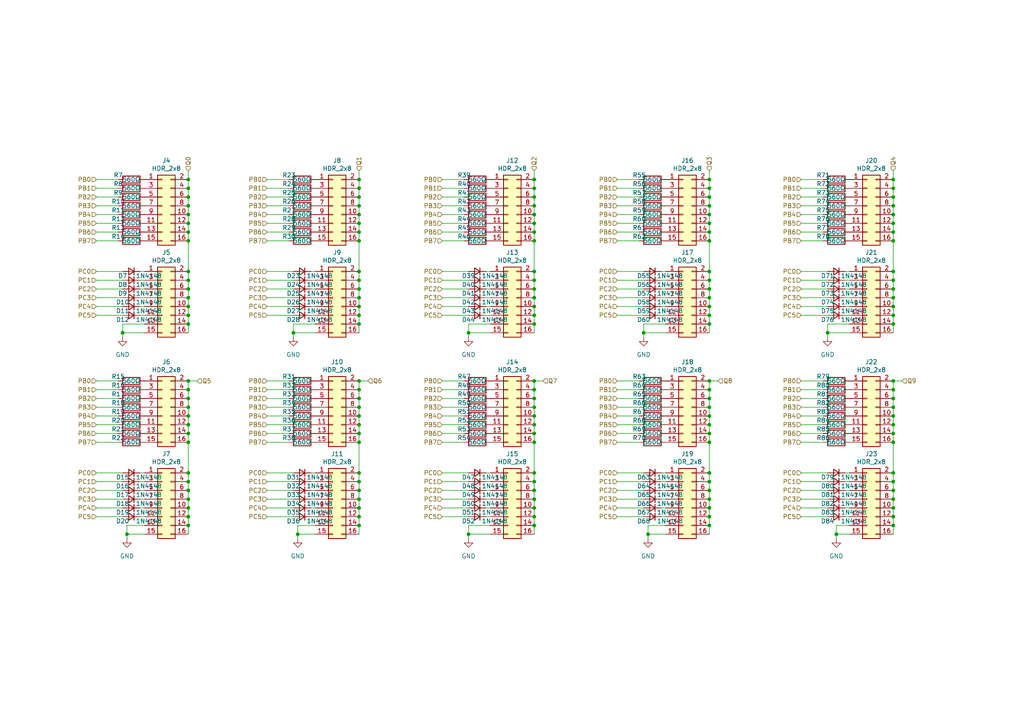
<source format=kicad_sch>
(kicad_sch (version 20211123) (generator eeschema)
  (paper "A4")
  (title_block (title "Input/Output Matrix") (date "2021-09-05") (rev "1") (company "Jacobston Inc") (comment 1 "Input/Output Matrix") (comment 2 "8x10 Inputs + 8x10 Outputs"))
  (lib_symbols
    (symbol "Connector_Generic:Conn_02x08_Odd_Even" (pin_names (offset 1.016) hide)
      (property "Reference" "J" (at 1.27 10.16 0))
      (property "Value" "Conn_02x08_Odd_Even" (at 1.27 -12.7 0))
      (symbol "Conn_02x08_Odd_Even_1_1"
        (pin passive line (at -5.08 7.62 0) (length 3.81) (name "Pin_1") (number "1"))
        (pin passive line (at 7.62 -2.54 180) (length 3.81) (name "Pin_10") (number "10"))
        (pin passive line (at -5.08 -5.08 0) (length 3.81) (name "Pin_11") (number "11"))
        (pin passive line (at 7.62 -5.08 180) (length 3.81) (name "Pin_12") (number "12"))
        (pin passive line (at -5.08 -7.62 0) (length 3.81) (name "Pin_13") (number "13"))
        (pin passive line (at 7.62 -7.62 180) (length 3.81) (name "Pin_14") (number "14"))
        (pin passive line (at -5.08 -10.16 0) (length 3.81) (name "Pin_15") (number "15"))
        (pin passive line (at 7.62 -10.16 180) (length 3.81) (name "Pin_16") (number "16"))
        (pin passive line (at 7.62 7.62 180) (length 3.81) (name "Pin_2") (number "2"))
        (pin passive line (at -5.08 5.08 0) (length 3.81) (name "Pin_3") (number "3"))
        (pin passive line (at 7.62 5.08 180) (length 3.81) (name "Pin_4") (number "4"))
        (pin passive line (at -5.08 2.54 0) (length 3.81) (name "Pin_5") (number "5"))
        (pin passive line (at 7.62 2.54 180) (length 3.81) (name "Pin_6") (number "6"))
        (pin passive line (at -5.08 0 0) (length 3.81) (name "Pin_7") (number "7"))
        (pin passive line (at 7.62 0 180) (length 3.81) (name "Pin_8") (number "8"))
        (pin passive line (at -5.08 -2.54 0) (length 3.81) (name "Pin_9") (number "9"))
      )
    )
    (symbol "Device:D_Small" (pin_numbers hide) (pin_names (offset 0.254) hide)
      (property "Reference" "D" (at -1.27 2.032 0))
      (property "Value" "D_Small" (at -3.81 -2.032 0))
      (symbol "D_Small_1_1"
        (pin passive line (at -2.54 0 0) (length 1.778) (name "K") (number "1"))
        (pin passive line (at 2.54 0 180) (length 1.778) (name "A") (number "2"))
      )
    )
    (symbol "Device:R" (pin_numbers hide) (pin_names (offset 0))
      (property "Reference" "R" (at 2.032 0 90))
      (property "Value" "R" (at 0 0 90))
      (symbol "R_1_1"
        (pin passive line (at 0 3.81 270) (length 1.27) (name "~") (number "1"))
        (pin passive line (at 0 -3.81 90) (length 1.27) (name "~") (number "2"))
      )
    )
    (symbol "power:GND" (power) (pin_names (offset 0))
      (property "Value" "GND" (at 0 -3.81 0))
      (symbol "GND_1_1"
        (pin power_in line (at 0 0 270) (length 0) hide (name "GND") (number "1"))
      )
    )
  )
  (junction (at 259.08 137.16))
  (junction (at 259.08 113.03))
  (junction (at 205.74 64.77))
  (junction (at 154.94 78.74))
  (junction (at 54.61 142.24))
  (junction (at 259.08 67.31))
  (junction (at 259.08 62.23))
  (junction (at 154.94 69.85))
  (junction (at 205.74 139.7))
  (junction (at 259.08 144.78))
  (junction (at 54.61 137.16))
  (junction (at 259.08 52.07))
  (junction (at 54.61 54.61))
  (junction (at 259.08 91.44))
  (junction (at 154.94 113.03))
  (junction (at 154.94 62.23))
  (junction (at 54.61 93.98))
  (junction (at 205.74 81.28))
  (junction (at 205.74 137.16))
  (junction (at 205.74 120.65))
  (junction (at 104.14 52.07))
  (junction (at 259.08 86.36))
  (junction (at 154.94 118.11))
  (junction (at 154.94 149.86))
  (junction (at 104.14 83.82))
  (junction (at 259.08 115.57))
  (junction (at 54.61 149.86))
  (junction (at 104.14 69.85))
  (junction (at 104.14 139.7))
  (junction (at 54.61 83.82))
  (junction (at 205.74 88.9))
  (junction (at 104.14 86.36))
  (junction (at 104.14 93.98))
  (junction (at 104.14 125.73))
  (junction (at 205.74 67.31))
  (junction (at 54.61 139.7))
  (junction (at 54.61 118.11))
  (junction (at 259.08 59.69))
  (junction (at 154.94 128.27))
  (junction (at 154.94 59.69))
  (junction (at 104.14 67.31))
  (junction (at 104.14 149.86))
  (junction (at 154.94 52.07))
  (junction (at 259.08 110.49))
  (junction (at 154.94 147.32))
  (junction (at 104.14 91.44))
  (junction (at 240.03 96.52))
  (junction (at 104.14 137.16))
  (junction (at 259.08 125.73))
  (junction (at 259.08 54.61))
  (junction (at 135.89 154.94))
  (junction (at 205.74 125.73))
  (junction (at 259.08 147.32))
  (junction (at 154.94 88.9))
  (junction (at 135.89 96.52))
  (junction (at 154.94 67.31))
  (junction (at 205.74 123.19))
  (junction (at 54.61 86.36))
  (junction (at 36.83 154.94))
  (junction (at 205.74 83.82))
  (junction (at 104.14 128.27))
  (junction (at 205.74 149.86))
  (junction (at 205.74 144.78))
  (junction (at 54.61 78.74))
  (junction (at 154.94 142.24))
  (junction (at 54.61 52.07))
  (junction (at 259.08 64.77))
  (junction (at 154.94 83.82))
  (junction (at 205.74 115.57))
  (junction (at 54.61 128.27))
  (junction (at 54.61 120.65))
  (junction (at 154.94 54.61))
  (junction (at 54.61 144.78))
  (junction (at 54.61 67.31))
  (junction (at 104.14 57.15))
  (junction (at 259.08 78.74))
  (junction (at 205.74 118.11))
  (junction (at 104.14 62.23))
  (junction (at 104.14 120.65))
  (junction (at 154.94 120.65))
  (junction (at 259.08 93.98))
  (junction (at 205.74 91.44))
  (junction (at 54.61 115.57))
  (junction (at 104.14 81.28))
  (junction (at 205.74 78.74))
  (junction (at 205.74 152.4))
  (junction (at 205.74 52.07))
  (junction (at 205.74 59.69))
  (junction (at 259.08 120.65))
  (junction (at 259.08 57.15))
  (junction (at 154.94 152.4))
  (junction (at 259.08 118.11))
  (junction (at 54.61 110.49))
  (junction (at 104.14 115.57))
  (junction (at 205.74 113.03))
  (junction (at 54.61 113.03))
  (junction (at 205.74 86.36))
  (junction (at 104.14 59.69))
  (junction (at 35.56 96.52))
  (junction (at 86.36 154.94))
  (junction (at 104.14 110.49))
  (junction (at 154.94 64.77))
  (junction (at 54.61 62.23))
  (junction (at 104.14 113.03))
  (junction (at 242.57 154.94))
  (junction (at 154.94 81.28))
  (junction (at 259.08 83.82))
  (junction (at 205.74 110.49))
  (junction (at 154.94 57.15))
  (junction (at 54.61 88.9))
  (junction (at 104.14 54.61))
  (junction (at 154.94 125.73))
  (junction (at 259.08 81.28))
  (junction (at 54.61 64.77))
  (junction (at 154.94 110.49))
  (junction (at 154.94 137.16))
  (junction (at 205.74 57.15))
  (junction (at 186.69 96.52))
  (junction (at 54.61 91.44))
  (junction (at 154.94 139.7))
  (junction (at 104.14 142.24))
  (junction (at 205.74 142.24))
  (junction (at 104.14 123.19))
  (junction (at 154.94 86.36))
  (junction (at 259.08 128.27))
  (junction (at 154.94 93.98))
  (junction (at 205.74 69.85))
  (junction (at 154.94 115.57))
  (junction (at 154.94 144.78))
  (junction (at 54.61 123.19))
  (junction (at 104.14 147.32))
  (junction (at 54.61 69.85))
  (junction (at 85.09 96.52))
  (junction (at 54.61 81.28))
  (junction (at 54.61 125.73))
  (junction (at 54.61 57.15))
  (junction (at 104.14 118.11))
  (junction (at 104.14 78.74))
  (junction (at 187.96 154.94))
  (junction (at 259.08 123.19))
  (junction (at 205.74 54.61))
  (junction (at 205.74 128.27))
  (junction (at 104.14 144.78))
  (junction (at 54.61 59.69))
  (junction (at 104.14 64.77))
  (junction (at 259.08 139.7))
  (junction (at 54.61 147.32))
  (junction (at 259.08 88.9))
  (junction (at 259.08 152.4))
  (junction (at 205.74 62.23))
  (junction (at 154.94 123.19))
  (junction (at 104.14 152.4))
  (junction (at 259.08 69.85))
  (junction (at 154.94 91.44))
  (junction (at 54.61 152.4))
  (junction (at 259.08 142.24))
  (junction (at 104.14 88.9))
  (junction (at 205.74 147.32))
  (junction (at 205.74 93.98))
  (junction (at 259.08 149.86))
  (wire (pts (xy 154.94 137.16) (xy 154.94 128.27)))
  (wire (pts (xy 104.14 52.07) (xy 104.14 54.61)))
  (wire (pts (xy 232.41 52.07) (xy 238.76 52.07)))
  (wire (pts (xy 77.47 86.36) (xy 85.09 86.36)))
  (wire (pts (xy 179.07 57.15) (xy 185.42 57.15)))
  (wire (pts (xy 54.61 115.57) (xy 54.61 118.11)))
  (wire (pts (xy 179.07 115.57) (xy 185.42 115.57)))
  (wire (pts (xy 240.03 93.98) (xy 246.38 93.98)))
  (wire (pts (xy 135.89 152.4) (xy 142.24 152.4)))
  (wire (pts (xy 128.27 78.74) (xy 135.89 78.74)))
  (wire (pts (xy 245.11 83.82) (xy 246.38 83.82)))
  (wire (pts (xy 85.09 96.52) (xy 85.09 97.79)))
  (wire (pts (xy 135.89 152.4) (xy 135.89 154.94)))
  (wire (pts (xy 104.14 139.7) (xy 104.14 137.16)))
  (wire (pts (xy 259.08 81.28) (xy 259.08 83.82)))
  (wire (pts (xy 179.07 64.77) (xy 185.42 64.77)))
  (wire (pts (xy 259.08 144.78) (xy 259.08 142.24)))
  (wire (pts (xy 186.69 96.52) (xy 193.04 96.52)))
  (wire (pts (xy 54.61 57.15) (xy 54.61 59.69)))
  (wire (pts (xy 232.41 110.49) (xy 238.76 110.49)))
  (wire (pts (xy 154.94 88.9) (xy 154.94 91.44)))
  (wire (pts (xy 179.07 118.11) (xy 185.42 118.11)))
  (wire (pts (xy 128.27 59.69) (xy 134.62 59.69)))
  (wire (pts (xy 41.91 139.7) (xy 40.64 139.7)))
  (wire (pts (xy 186.69 93.98) (xy 186.69 96.52)))
  (wire (pts (xy 232.41 78.74) (xy 240.03 78.74)))
  (wire (pts (xy 77.47 88.9) (xy 85.09 88.9)))
  (wire (pts (xy 179.07 88.9) (xy 186.69 88.9)))
  (wire (pts (xy 154.94 64.77) (xy 154.94 67.31)))
  (wire (pts (xy 191.77 83.82) (xy 193.04 83.82)))
  (wire (pts (xy 205.74 113.03) (xy 205.74 110.49)))
  (wire (pts (xy 179.07 67.31) (xy 185.42 67.31)))
  (wire (pts (xy 36.83 154.94) (xy 36.83 156.21)))
  (wire (pts (xy 40.64 142.24) (xy 41.91 142.24)))
  (wire (pts (xy 35.56 96.52) (xy 35.56 97.79)))
  (wire (pts (xy 142.24 91.44) (xy 140.97 91.44)))
  (wire (pts (xy 128.27 142.24) (xy 135.89 142.24)))
  (wire (pts (xy 77.47 78.74) (xy 85.09 78.74)))
  (wire (pts (xy 205.74 69.85) (xy 205.74 78.74)))
  (wire (pts (xy 54.61 123.19) (xy 54.61 125.73)))
  (wire (pts (xy 232.41 115.57) (xy 238.76 115.57)))
  (wire (pts (xy 205.74 137.16) (xy 205.74 128.27)))
  (wire (pts (xy 232.41 57.15) (xy 238.76 57.15)))
  (wire (pts (xy 77.47 57.15) (xy 83.82 57.15)))
  (wire (pts (xy 261.62 110.49) (xy 259.08 110.49)))
  (wire (pts (xy 86.36 154.94) (xy 91.44 154.94)))
  (wire (pts (xy 232.41 88.9) (xy 240.03 88.9)))
  (wire (pts (xy 128.27 86.36) (xy 135.89 86.36)))
  (wire (pts (xy 104.14 57.15) (xy 104.14 59.69)))
  (wire (pts (xy 193.04 144.78) (xy 191.77 144.78)))
  (wire (pts (xy 90.17 88.9) (xy 91.44 88.9)))
  (wire (pts (xy 91.44 144.78) (xy 90.17 144.78)))
  (wire (pts (xy 135.89 154.94) (xy 135.89 156.21)))
  (wire (pts (xy 259.08 78.74) (xy 259.08 81.28)))
  (wire (pts (xy 142.24 144.78) (xy 140.97 144.78)))
  (wire (pts (xy 179.07 137.16) (xy 186.69 137.16)))
  (wire (pts (xy 128.27 144.78) (xy 135.89 144.78)))
  (wire (pts (xy 208.28 110.49) (xy 205.74 110.49)))
  (wire (pts (xy 104.14 81.28) (xy 104.14 83.82)))
  (wire (pts (xy 54.61 69.85) (xy 54.61 78.74)))
  (wire (pts (xy 128.27 139.7) (xy 135.89 139.7)))
  (wire (pts (xy 187.96 152.4) (xy 187.96 154.94)))
  (wire (pts (xy 128.27 64.77) (xy 134.62 64.77)))
  (wire (pts (xy 154.94 78.74) (xy 154.94 81.28)))
  (wire (pts (xy 259.08 147.32) (xy 259.08 144.78)))
  (wire (pts (xy 41.91 81.28) (xy 40.64 81.28)))
  (wire (pts (xy 128.27 125.73) (xy 134.62 125.73)))
  (wire (pts (xy 246.38 139.7) (xy 245.11 139.7)))
  (wire (pts (xy 259.08 86.36) (xy 259.08 88.9)))
  (wire (pts (xy 142.24 81.28) (xy 140.97 81.28)))
  (wire (pts (xy 27.94 128.27) (xy 34.29 128.27)))
  (wire (pts (xy 54.61 88.9) (xy 54.61 91.44)))
  (wire (pts (xy 259.08 52.07) (xy 259.08 54.61)))
  (wire (pts (xy 77.47 137.16) (xy 85.09 137.16)))
  (wire (pts (xy 245.11 142.24) (xy 246.38 142.24)))
  (wire (pts (xy 154.94 147.32) (xy 154.94 144.78)))
  (wire (pts (xy 128.27 120.65) (xy 134.62 120.65)))
  (wire (pts (xy 179.07 86.36) (xy 186.69 86.36)))
  (wire (pts (xy 179.07 62.23) (xy 185.42 62.23)))
  (wire (pts (xy 91.44 91.44) (xy 90.17 91.44)))
  (wire (pts (xy 242.57 152.4) (xy 246.38 152.4)))
  (wire (pts (xy 191.77 78.74) (xy 193.04 78.74)))
  (wire (pts (xy 242.57 154.94) (xy 246.38 154.94)))
  (wire (pts (xy 246.38 81.28) (xy 245.11 81.28)))
  (wire (pts (xy 154.94 67.31) (xy 154.94 69.85)))
  (wire (pts (xy 54.61 49.53) (xy 54.61 52.07)))
  (wire (pts (xy 104.14 83.82) (xy 104.14 86.36)))
  (wire (pts (xy 232.41 137.16) (xy 240.03 137.16)))
  (wire (pts (xy 77.47 67.31) (xy 83.82 67.31)))
  (wire (pts (xy 259.08 125.73) (xy 259.08 123.19)))
  (wire (pts (xy 27.94 62.23) (xy 34.29 62.23)))
  (wire (pts (xy 179.07 149.86) (xy 186.69 149.86)))
  (wire (pts (xy 259.08 62.23) (xy 259.08 64.77)))
  (wire (pts (xy 104.14 118.11) (xy 104.14 115.57)))
  (wire (pts (xy 77.47 149.86) (xy 85.09 149.86)))
  (wire (pts (xy 154.94 69.85) (xy 154.94 78.74)))
  (wire (pts (xy 54.61 144.78) (xy 54.61 147.32)))
  (wire (pts (xy 86.36 152.4) (xy 91.44 152.4)))
  (wire (pts (xy 54.61 142.24) (xy 54.61 144.78)))
  (wire (pts (xy 77.47 69.85) (xy 83.82 69.85)))
  (wire (pts (xy 154.94 125.73) (xy 154.94 123.19)))
  (wire (pts (xy 104.14 154.94) (xy 104.14 152.4)))
  (wire (pts (xy 40.64 88.9) (xy 41.91 88.9)))
  (wire (pts (xy 104.14 78.74) (xy 104.14 81.28)))
  (wire (pts (xy 90.17 137.16) (xy 91.44 137.16)))
  (wire (pts (xy 135.89 93.98) (xy 135.89 96.52)))
  (wire (pts (xy 54.61 120.65) (xy 54.61 123.19)))
  (wire (pts (xy 246.38 86.36) (xy 245.11 86.36)))
  (wire (pts (xy 232.41 125.73) (xy 238.76 125.73)))
  (wire (pts (xy 27.94 88.9) (xy 35.56 88.9)))
  (wire (pts (xy 54.61 147.32) (xy 54.61 149.86)))
  (wire (pts (xy 179.07 69.85) (xy 185.42 69.85)))
  (wire (pts (xy 57.15 110.49) (xy 54.61 110.49)))
  (wire (pts (xy 54.61 59.69) (xy 54.61 62.23)))
  (wire (pts (xy 140.97 88.9) (xy 142.24 88.9)))
  (wire (pts (xy 191.77 88.9) (xy 193.04 88.9)))
  (wire (pts (xy 205.74 86.36) (xy 205.74 88.9)))
  (wire (pts (xy 259.08 137.16) (xy 259.08 128.27)))
  (wire (pts (xy 128.27 113.03) (xy 134.62 113.03)))
  (wire (pts (xy 154.94 149.86) (xy 154.94 147.32)))
  (wire (pts (xy 245.11 147.32) (xy 246.38 147.32)))
  (wire (pts (xy 54.61 149.86) (xy 54.61 152.4)))
  (wire (pts (xy 191.77 137.16) (xy 193.04 137.16)))
  (wire (pts (xy 179.07 59.69) (xy 185.42 59.69)))
  (wire (pts (xy 128.27 110.49) (xy 134.62 110.49)))
  (wire (pts (xy 27.94 59.69) (xy 34.29 59.69)))
  (wire (pts (xy 205.74 152.4) (xy 205.74 149.86)))
  (wire (pts (xy 27.94 64.77) (xy 34.29 64.77)))
  (wire (pts (xy 205.74 91.44) (xy 205.74 93.98)))
  (wire (pts (xy 54.61 81.28) (xy 54.61 83.82)))
  (wire (pts (xy 205.74 115.57) (xy 205.74 113.03)))
  (wire (pts (xy 246.38 149.86) (xy 245.11 149.86)))
  (wire (pts (xy 205.74 57.15) (xy 205.74 59.69)))
  (wire (pts (xy 154.94 113.03) (xy 154.94 110.49)))
  (wire (pts (xy 27.94 149.86) (xy 35.56 149.86)))
  (wire (pts (xy 54.61 152.4) (xy 54.61 154.94)))
  (wire (pts (xy 77.47 118.11) (xy 83.82 118.11)))
  (wire (pts (xy 186.69 93.98) (xy 193.04 93.98)))
  (wire (pts (xy 104.14 62.23) (xy 104.14 64.77)))
  (wire (pts (xy 205.74 154.94) (xy 205.74 152.4)))
  (wire (pts (xy 27.94 142.24) (xy 35.56 142.24)))
  (wire (pts (xy 232.41 139.7) (xy 240.03 139.7)))
  (wire (pts (xy 54.61 86.36) (xy 54.61 88.9)))
  (wire (pts (xy 54.61 67.31) (xy 54.61 69.85)))
  (wire (pts (xy 232.41 83.82) (xy 240.03 83.82)))
  (wire (pts (xy 205.74 149.86) (xy 205.74 147.32)))
  (wire (pts (xy 154.94 86.36) (xy 154.94 88.9)))
  (wire (pts (xy 35.56 96.52) (xy 41.91 96.52)))
  (wire (pts (xy 193.04 86.36) (xy 191.77 86.36)))
  (wire (pts (xy 104.14 86.36) (xy 104.14 88.9)))
  (wire (pts (xy 205.74 142.24) (xy 205.74 139.7)))
  (wire (pts (xy 128.27 69.85) (xy 134.62 69.85)))
  (wire (pts (xy 86.36 152.4) (xy 86.36 154.94)))
  (wire (pts (xy 232.41 67.31) (xy 238.76 67.31)))
  (wire (pts (xy 40.64 147.32) (xy 41.91 147.32)))
  (wire (pts (xy 27.94 115.57) (xy 34.29 115.57)))
  (wire (pts (xy 85.09 96.52) (xy 91.44 96.52)))
  (wire (pts (xy 259.08 128.27) (xy 259.08 125.73)))
  (wire (pts (xy 154.94 144.78) (xy 154.94 142.24)))
  (wire (pts (xy 128.27 149.86) (xy 135.89 149.86)))
  (wire (pts (xy 104.14 142.24) (xy 104.14 139.7)))
  (wire (pts (xy 77.47 91.44) (xy 85.09 91.44)))
  (wire (pts (xy 154.94 83.82) (xy 154.94 86.36)))
  (wire (pts (xy 54.61 113.03) (xy 54.61 115.57)))
  (wire (pts (xy 54.61 137.16) (xy 54.61 139.7)))
  (wire (pts (xy 179.07 81.28) (xy 186.69 81.28)))
  (wire (pts (xy 179.07 120.65) (xy 185.42 120.65)))
  (wire (pts (xy 154.94 123.19) (xy 154.94 120.65)))
  (wire (pts (xy 27.94 137.16) (xy 35.56 137.16)))
  (wire (pts (xy 54.61 78.74) (xy 54.61 81.28)))
  (wire (pts (xy 104.14 93.98) (xy 104.14 96.52)))
  (wire (pts (xy 128.27 81.28) (xy 135.89 81.28)))
  (wire (pts (xy 77.47 144.78) (xy 85.09 144.78)))
  (wire (pts (xy 154.94 152.4) (xy 154.94 149.86)))
  (wire (pts (xy 259.08 149.86) (xy 259.08 147.32)))
  (wire (pts (xy 128.27 147.32) (xy 135.89 147.32)))
  (wire (pts (xy 54.61 93.98) (xy 54.61 96.52)))
  (wire (pts (xy 154.94 54.61) (xy 154.94 57.15)))
  (wire (pts (xy 246.38 91.44) (xy 245.11 91.44)))
  (wire (pts (xy 104.14 120.65) (xy 104.14 118.11)))
  (wire (pts (xy 154.94 118.11) (xy 154.94 115.57)))
  (wire (pts (xy 245.11 137.16) (xy 246.38 137.16)))
  (wire (pts (xy 232.41 128.27) (xy 238.76 128.27)))
  (wire (pts (xy 27.94 81.28) (xy 35.56 81.28)))
  (wire (pts (xy 36.83 152.4) (xy 36.83 154.94)))
  (wire (pts (xy 77.47 81.28) (xy 85.09 81.28)))
  (wire (pts (xy 77.47 113.03) (xy 83.82 113.03)))
  (wire (pts (xy 232.41 69.85) (xy 238.76 69.85)))
  (wire (pts (xy 242.57 152.4) (xy 242.57 154.94)))
  (wire (pts (xy 54.61 118.11) (xy 54.61 120.65)))
  (wire (pts (xy 91.44 86.36) (xy 90.17 86.36)))
  (wire (pts (xy 90.17 142.24) (xy 91.44 142.24)))
  (wire (pts (xy 259.08 142.24) (xy 259.08 139.7)))
  (wire (pts (xy 77.47 125.73) (xy 83.82 125.73)))
  (wire (pts (xy 259.08 120.65) (xy 259.08 118.11)))
  (wire (pts (xy 54.61 139.7) (xy 54.61 142.24)))
  (wire (pts (xy 205.74 128.27) (xy 205.74 125.73)))
  (wire (pts (xy 77.47 83.82) (xy 85.09 83.82)))
  (wire (pts (xy 205.74 93.98) (xy 205.74 96.52)))
  (wire (pts (xy 27.94 139.7) (xy 35.56 139.7)))
  (wire (pts (xy 41.91 144.78) (xy 40.64 144.78)))
  (wire (pts (xy 259.08 154.94) (xy 259.08 152.4)))
  (wire (pts (xy 104.14 91.44) (xy 104.14 93.98)))
  (wire (pts (xy 77.47 142.24) (xy 85.09 142.24)))
  (wire (pts (xy 232.41 142.24) (xy 240.03 142.24)))
  (wire (pts (xy 104.14 152.4) (xy 104.14 149.86)))
  (wire (pts (xy 36.83 154.94) (xy 41.91 154.94)))
  (wire (pts (xy 232.41 144.78) (xy 240.03 144.78)))
  (wire (pts (xy 77.47 120.65) (xy 83.82 120.65)))
  (wire (pts (xy 205.74 54.61) (xy 205.74 57.15)))
  (wire (pts (xy 154.94 139.7) (xy 154.94 137.16)))
  (wire (pts (xy 245.11 78.74) (xy 246.38 78.74)))
  (wire (pts (xy 128.27 62.23) (xy 134.62 62.23)))
  (wire (pts (xy 179.07 113.03) (xy 185.42 113.03)))
  (wire (pts (xy 27.94 57.15) (xy 34.29 57.15)))
  (wire (pts (xy 90.17 147.32) (xy 91.44 147.32)))
  (wire (pts (xy 232.41 91.44) (xy 240.03 91.44)))
  (wire (pts (xy 154.94 154.94) (xy 154.94 152.4)))
  (wire (pts (xy 27.94 144.78) (xy 35.56 144.78)))
  (wire (pts (xy 104.14 149.86) (xy 104.14 147.32)))
  (wire (pts (xy 142.24 149.86) (xy 140.97 149.86)))
  (wire (pts (xy 40.64 83.82) (xy 41.91 83.82)))
  (wire (pts (xy 104.14 54.61) (xy 104.14 57.15)))
  (wire (pts (xy 259.08 91.44) (xy 259.08 93.98)))
  (wire (pts (xy 179.07 91.44) (xy 186.69 91.44)))
  (wire (pts (xy 27.94 147.32) (xy 35.56 147.32)))
  (wire (pts (xy 135.89 154.94) (xy 142.24 154.94)))
  (wire (pts (xy 27.94 54.61) (xy 34.29 54.61)))
  (wire (pts (xy 77.47 128.27) (xy 83.82 128.27)))
  (wire (pts (xy 140.97 142.24) (xy 142.24 142.24)))
  (wire (pts (xy 140.97 83.82) (xy 142.24 83.82)))
  (wire (pts (xy 104.14 88.9) (xy 104.14 91.44)))
  (wire (pts (xy 157.48 110.49) (xy 154.94 110.49)))
  (wire (pts (xy 27.94 67.31) (xy 34.29 67.31)))
  (wire (pts (xy 259.08 139.7) (xy 259.08 137.16)))
  (wire (pts (xy 27.94 52.07) (xy 34.29 52.07)))
  (wire (pts (xy 240.03 93.98) (xy 240.03 96.52)))
  (wire (pts (xy 135.89 96.52) (xy 142.24 96.52)))
  (wire (pts (xy 104.14 64.77) (xy 104.14 67.31)))
  (wire (pts (xy 104.14 67.31) (xy 104.14 69.85)))
  (wire (pts (xy 179.07 147.32) (xy 186.69 147.32)))
  (wire (pts (xy 205.74 139.7) (xy 205.74 137.16)))
  (wire (pts (xy 77.47 52.07) (xy 83.82 52.07)))
  (wire (pts (xy 154.94 93.98) (xy 154.94 96.52)))
  (wire (pts (xy 41.91 86.36) (xy 40.64 86.36)))
  (wire (pts (xy 128.27 137.16) (xy 135.89 137.16)))
  (wire (pts (xy 104.14 113.03) (xy 104.14 110.49)))
  (wire (pts (xy 35.56 93.98) (xy 35.56 96.52)))
  (wire (pts (xy 128.27 123.19) (xy 134.62 123.19)))
  (wire (pts (xy 128.27 88.9) (xy 135.89 88.9)))
  (wire (pts (xy 41.91 91.44) (xy 40.64 91.44)))
  (wire (pts (xy 193.04 149.86) (xy 191.77 149.86)))
  (wire (pts (xy 54.61 54.61) (xy 54.61 57.15)))
  (wire (pts (xy 27.94 120.65) (xy 34.29 120.65)))
  (wire (pts (xy 179.07 52.07) (xy 185.42 52.07)))
  (wire (pts (xy 259.08 69.85) (xy 259.08 78.74)))
  (wire (pts (xy 205.74 147.32) (xy 205.74 144.78)))
  (wire (pts (xy 232.41 149.86) (xy 240.03 149.86)))
  (wire (pts (xy 36.83 152.4) (xy 41.91 152.4)))
  (wire (pts (xy 259.08 67.31) (xy 259.08 69.85)))
  (wire (pts (xy 135.89 93.98) (xy 142.24 93.98)))
  (wire (pts (xy 242.57 154.94) (xy 242.57 156.21)))
  (wire (pts (xy 259.08 49.53) (xy 259.08 52.07)))
  (wire (pts (xy 232.41 120.65) (xy 238.76 120.65)))
  (wire (pts (xy 154.94 81.28) (xy 154.94 83.82)))
  (wire (pts (xy 187.96 154.94) (xy 187.96 156.21)))
  (wire (pts (xy 191.77 147.32) (xy 193.04 147.32)))
  (wire (pts (xy 205.74 62.23) (xy 205.74 64.77)))
  (wire (pts (xy 77.47 62.23) (xy 83.82 62.23)))
  (wire (pts (xy 104.14 128.27) (xy 104.14 125.73)))
  (wire (pts (xy 40.64 137.16) (xy 41.91 137.16)))
  (wire (pts (xy 77.47 139.7) (xy 85.09 139.7)))
  (wire (pts (xy 205.74 125.73) (xy 205.74 123.19)))
  (wire (pts (xy 27.94 91.44) (xy 35.56 91.44)))
  (wire (pts (xy 179.07 123.19) (xy 185.42 123.19)))
  (wire (pts (xy 104.14 125.73) (xy 104.14 123.19)))
  (wire (pts (xy 179.07 110.49) (xy 185.42 110.49)))
  (wire (pts (xy 232.41 147.32) (xy 240.03 147.32)))
  (wire (pts (xy 104.14 147.32) (xy 104.14 144.78)))
  (wire (pts (xy 54.61 52.07) (xy 54.61 54.61)))
  (wire (pts (xy 128.27 128.27) (xy 134.62 128.27)))
  (wire (pts (xy 232.41 64.77) (xy 238.76 64.77)))
  (wire (pts (xy 240.03 96.52) (xy 240.03 97.79)))
  (wire (pts (xy 245.11 88.9) (xy 246.38 88.9)))
  (wire (pts (xy 27.94 83.82) (xy 35.56 83.82)))
  (wire (pts (xy 27.94 110.49) (xy 34.29 110.49)))
  (wire (pts (xy 77.47 110.49) (xy 83.82 110.49)))
  (wire (pts (xy 154.94 142.24) (xy 154.94 139.7)))
  (wire (pts (xy 259.08 57.15) (xy 259.08 59.69)))
  (wire (pts (xy 232.41 54.61) (xy 238.76 54.61)))
  (wire (pts (xy 27.94 113.03) (xy 34.29 113.03)))
  (wire (pts (xy 128.27 91.44) (xy 135.89 91.44)))
  (wire (pts (xy 205.74 118.11) (xy 205.74 115.57)))
  (wire (pts (xy 179.07 78.74) (xy 186.69 78.74)))
  (wire (pts (xy 91.44 139.7) (xy 90.17 139.7)))
  (wire (pts (xy 90.17 78.74) (xy 91.44 78.74)))
  (wire (pts (xy 259.08 113.03) (xy 259.08 110.49)))
  (wire (pts (xy 232.41 123.19) (xy 238.76 123.19)))
  (wire (pts (xy 140.97 137.16) (xy 142.24 137.16)))
  (wire (pts (xy 54.61 62.23) (xy 54.61 64.77)))
  (wire (pts (xy 154.94 52.07) (xy 154.94 54.61)))
  (wire (pts (xy 128.27 83.82) (xy 135.89 83.82)))
  (wire (pts (xy 54.61 91.44) (xy 54.61 93.98)))
  (wire (pts (xy 193.04 139.7) (xy 191.77 139.7)))
  (wire (pts (xy 135.89 96.52) (xy 135.89 97.79)))
  (wire (pts (xy 232.41 118.11) (xy 238.76 118.11)))
  (wire (pts (xy 193.04 91.44) (xy 191.77 91.44)))
  (wire (pts (xy 142.24 139.7) (xy 140.97 139.7)))
  (wire (pts (xy 140.97 78.74) (xy 142.24 78.74)))
  (wire (pts (xy 77.47 59.69) (xy 83.82 59.69)))
  (wire (pts (xy 259.08 83.82) (xy 259.08 86.36)))
  (wire (pts (xy 106.68 110.49) (xy 104.14 110.49)))
  (wire (pts (xy 41.91 149.86) (xy 40.64 149.86)))
  (wire (pts (xy 27.94 69.85) (xy 34.29 69.85)))
  (wire (pts (xy 205.74 78.74) (xy 205.74 81.28)))
  (wire (pts (xy 154.94 91.44) (xy 154.94 93.98)))
  (wire (pts (xy 128.27 57.15) (xy 134.62 57.15)))
  (wire (pts (xy 193.04 81.28) (xy 191.77 81.28)))
  (wire (pts (xy 27.94 86.36) (xy 35.56 86.36)))
  (wire (pts (xy 27.94 118.11) (xy 34.29 118.11)))
  (wire (pts (xy 140.97 147.32) (xy 142.24 147.32)))
  (wire (pts (xy 154.94 57.15) (xy 154.94 59.69)))
  (wire (pts (xy 205.74 49.53) (xy 205.74 52.07)))
  (wire (pts (xy 259.08 115.57) (xy 259.08 113.03)))
  (wire (pts (xy 54.61 125.73) (xy 54.61 128.27)))
  (wire (pts (xy 104.14 123.19) (xy 104.14 120.65)))
  (wire (pts (xy 205.74 88.9) (xy 205.74 91.44)))
  (wire (pts (xy 232.41 113.03) (xy 238.76 113.03)))
  (wire (pts (xy 179.07 54.61) (xy 185.42 54.61)))
  (wire (pts (xy 186.69 96.52) (xy 186.69 97.79)))
  (wire (pts (xy 205.74 120.65) (xy 205.74 118.11)))
  (wire (pts (xy 128.27 67.31) (xy 134.62 67.31)))
  (wire (pts (xy 205.74 81.28) (xy 205.74 83.82)))
  (wire (pts (xy 259.08 59.69) (xy 259.08 62.23)))
  (wire (pts (xy 205.74 144.78) (xy 205.74 142.24)))
  (wire (pts (xy 179.07 125.73) (xy 185.42 125.73)))
  (wire (pts (xy 128.27 115.57) (xy 134.62 115.57)))
  (wire (pts (xy 27.94 123.19) (xy 34.29 123.19)))
  (wire (pts (xy 85.09 93.98) (xy 85.09 96.52)))
  (wire (pts (xy 35.56 93.98) (xy 41.91 93.98)))
  (wire (pts (xy 142.24 86.36) (xy 140.97 86.36)))
  (wire (pts (xy 77.47 54.61) (xy 83.82 54.61)))
  (wire (pts (xy 232.41 81.28) (xy 240.03 81.28)))
  (wire (pts (xy 54.61 64.77) (xy 54.61 67.31)))
  (wire (pts (xy 246.38 144.78) (xy 245.11 144.78)))
  (wire (pts (xy 104.14 137.16) (xy 104.14 128.27)))
  (wire (pts (xy 259.08 64.77) (xy 259.08 67.31)))
  (wire (pts (xy 104.14 49.53) (xy 104.14 52.07)))
  (wire (pts (xy 179.07 128.27) (xy 185.42 128.27)))
  (wire (pts (xy 154.94 120.65) (xy 154.94 118.11)))
  (wire (pts (xy 54.61 128.27) (xy 54.61 137.16)))
  (wire (pts (xy 187.96 154.94) (xy 193.04 154.94)))
  (wire (pts (xy 77.47 147.32) (xy 85.09 147.32)))
  (wire (pts (xy 27.94 78.74) (xy 35.56 78.74)))
  (wire (pts (xy 179.07 142.24) (xy 186.69 142.24)))
  (wire (pts (xy 191.77 142.24) (xy 193.04 142.24)))
  (wire (pts (xy 205.74 67.31) (xy 205.74 69.85)))
  (wire (pts (xy 86.36 154.94) (xy 86.36 156.21)))
  (wire (pts (xy 128.27 118.11) (xy 134.62 118.11)))
  (wire (pts (xy 259.08 88.9) (xy 259.08 91.44)))
  (wire (pts (xy 205.74 83.82) (xy 205.74 86.36)))
  (wire (pts (xy 154.94 62.23) (xy 154.94 64.77)))
  (wire (pts (xy 154.94 59.69) (xy 154.94 62.23)))
  (wire (pts (xy 91.44 149.86) (xy 90.17 149.86)))
  (wire (pts (xy 104.14 115.57) (xy 104.14 113.03)))
  (wire (pts (xy 128.27 54.61) (xy 134.62 54.61)))
  (wire (pts (xy 104.14 144.78) (xy 104.14 142.24)))
  (wire (pts (xy 154.94 128.27) (xy 154.94 125.73)))
  (wire (pts (xy 104.14 69.85) (xy 104.14 78.74)))
  (wire (pts (xy 232.41 86.36) (xy 240.03 86.36)))
  (wire (pts (xy 259.08 93.98) (xy 259.08 96.52)))
  (wire (pts (xy 77.47 123.19) (xy 83.82 123.19)))
  (wire (pts (xy 205.74 64.77) (xy 205.74 67.31)))
  (wire (pts (xy 54.61 83.82) (xy 54.61 86.36)))
  (wire (pts (xy 27.94 125.73) (xy 34.29 125.73)))
  (wire (pts (xy 54.61 110.49) (xy 54.61 113.03)))
  (wire (pts (xy 77.47 115.57) (xy 83.82 115.57)))
  (wire (pts (xy 85.09 93.98) (xy 91.44 93.98)))
  (wire (pts (xy 90.17 83.82) (xy 91.44 83.82)))
  (wire (pts (xy 187.96 152.4) (xy 193.04 152.4)))
  (wire (pts (xy 259.08 123.19) (xy 259.08 120.65)))
  (wire (pts (xy 205.74 123.19) (xy 205.74 120.65)))
  (wire (pts (xy 91.44 81.28) (xy 90.17 81.28)))
  (wire (pts (xy 128.27 52.07) (xy 134.62 52.07)))
  (wire (pts (xy 240.03 96.52) (xy 246.38 96.52)))
  (wire (pts (xy 259.08 152.4) (xy 259.08 149.86)))
  (wire (pts (xy 154.94 49.53) (xy 154.94 52.07)))
  (wire (pts (xy 40.64 78.74) (xy 41.91 78.74)))
  (wire (pts (xy 232.41 59.69) (xy 238.76 59.69)))
  (wire (pts (xy 259.08 118.11) (xy 259.08 115.57)))
  (wire (pts (xy 179.07 83.82) (xy 186.69 83.82)))
  (wire (pts (xy 232.41 62.23) (xy 238.76 62.23)))
  (wire (pts (xy 205.74 59.69) (xy 205.74 62.23)))
  (wire (pts (xy 77.47 64.77) (xy 83.82 64.77)))
  (wire (pts (xy 179.07 139.7) (xy 186.69 139.7)))
  (wire (pts (xy 179.07 144.78) (xy 186.69 144.78)))
  (wire (pts (xy 205.74 52.07) (xy 205.74 54.61)))
  (wire (pts (xy 259.08 54.61) (xy 259.08 57.15)))
  (wire (pts (xy 154.94 115.57) (xy 154.94 113.03)))
  (wire (pts (xy 104.14 59.69) (xy 104.14 62.23)))
  (hierarchical_label "PC4" (shape input) (at 27.94 147.32 180))
  (hierarchical_label "Q1" (shape input) (at 104.14 49.53 90))
  (hierarchical_label "PB7" (shape input) (at 179.07 69.85 180))
  (hierarchical_label "PC4" (shape input) (at 179.07 147.32 180))
  (hierarchical_label "PB7" (shape input) (at 179.07 128.27 180))
  (hierarchical_label "PB0" (shape input) (at 27.94 52.07 180))
  (hierarchical_label "PB4" (shape input) (at 179.07 62.23 180))
  (hierarchical_label "PB0" (shape input) (at 179.07 52.07 180))
  (hierarchical_label "PC2" (shape input) (at 179.07 83.82 180))
  (hierarchical_label "PB3" (shape input) (at 27.94 118.11 180))
  (hierarchical_label "PB0" (shape input) (at 77.47 110.49 180))
  (hierarchical_label "PB2" (shape input) (at 179.07 115.57 180))
  (hierarchical_label "PC2" (shape input) (at 128.27 83.82 180))
  (hierarchical_label "Q7" (shape input) (at 157.48 110.49 0))
  (hierarchical_label "PB2" (shape input) (at 179.07 57.15 180))
  (hierarchical_label "PC4" (shape input) (at 232.41 88.9 180))
  (hierarchical_label "PC2" (shape input) (at 232.41 142.24 180))
  (hierarchical_label "PB7" (shape input) (at 27.94 69.85 180))
  (hierarchical_label "PC5" (shape input) (at 77.47 149.86 180))
  (hierarchical_label "PC0" (shape input) (at 232.41 78.74 180))
  (hierarchical_label "PB6" (shape input) (at 77.47 125.73 180))
  (hierarchical_label "PB1" (shape input) (at 77.47 113.03 180))
  (hierarchical_label "PB6" (shape input) (at 27.94 67.31 180))
  (hierarchical_label "PB1" (shape input) (at 232.41 54.61 180))
  (hierarchical_label "PB6" (shape input) (at 232.41 125.73 180))
  (hierarchical_label "PB3" (shape input) (at 232.41 118.11 180))
  (hierarchical_label "PB0" (shape input) (at 232.41 52.07 180))
  (hierarchical_label "PB5" (shape input) (at 128.27 123.19 180))
  (hierarchical_label "PB1" (shape input) (at 179.07 113.03 180))
  (hierarchical_label "PC3" (shape input) (at 27.94 144.78 180))
  (hierarchical_label "PB5" (shape input) (at 77.47 64.77 180))
  (hierarchical_label "PC2" (shape input) (at 128.27 142.24 180))
  (hierarchical_label "PC5" (shape input) (at 232.41 91.44 180))
  (hierarchical_label "PB1" (shape input) (at 179.07 54.61 180))
  (hierarchical_label "PB7" (shape input) (at 232.41 128.27 180))
  (hierarchical_label "PC5" (shape input) (at 179.07 149.86 180))
  (hierarchical_label "PB2" (shape input) (at 27.94 115.57 180))
  (hierarchical_label "PB6" (shape input) (at 27.94 125.73 180))
  (hierarchical_label "PC2" (shape input) (at 232.41 83.82 180))
  (hierarchical_label "PC0" (shape input) (at 77.47 137.16 180))
  (hierarchical_label "PC3" (shape input) (at 77.47 86.36 180))
  (hierarchical_label "PC5" (shape input) (at 179.07 91.44 180))
  (hierarchical_label "PC5" (shape input) (at 128.27 91.44 180))
  (hierarchical_label "PB4" (shape input) (at 179.07 120.65 180))
  (hierarchical_label "PC1" (shape input) (at 128.27 139.7 180))
  (hierarchical_label "PB4" (shape input) (at 128.27 120.65 180))
  (hierarchical_label "Q4" (shape input) (at 259.08 49.53 90))
  (hierarchical_label "PC4" (shape input) (at 128.27 88.9 180))
  (hierarchical_label "PC0" (shape input) (at 77.47 78.74 180))
  (hierarchical_label "PC2" (shape input) (at 77.47 83.82 180))
  (hierarchical_label "PC2" (shape input) (at 77.47 142.24 180))
  (hierarchical_label "PB2" (shape input) (at 77.47 57.15 180))
  (hierarchical_label "PB1" (shape input) (at 232.41 113.03 180))
  (hierarchical_label "PB5" (shape input) (at 77.47 123.19 180))
  (hierarchical_label "PB5" (shape input) (at 27.94 123.19 180))
  (hierarchical_label "PC1" (shape input) (at 232.41 139.7 180))
  (hierarchical_label "PB7" (shape input) (at 77.47 128.27 180))
  (hierarchical_label "PC4" (shape input) (at 27.94 88.9 180))
  (hierarchical_label "PC0" (shape input) (at 128.27 137.16 180))
  (hierarchical_label "PC3" (shape input) (at 77.47 144.78 180))
  (hierarchical_label "PB3" (shape input) (at 77.47 59.69 180))
  (hierarchical_label "Q5" (shape input) (at 57.15 110.49 0))
  (hierarchical_label "PC0" (shape input) (at 232.41 137.16 180))
  (hierarchical_label "Q0" (shape input) (at 54.61 49.53 90))
  (hierarchical_label "PC2" (shape input) (at 27.94 142.24 180))
  (hierarchical_label "PB4" (shape input) (at 77.47 120.65 180))
  (hierarchical_label "PB7" (shape input) (at 128.27 128.27 180))
  (hierarchical_label "PB0" (shape input) (at 128.27 110.49 180))
  (hierarchical_label "PB0" (shape input) (at 27.94 110.49 180))
  (hierarchical_label "PB0" (shape input) (at 232.41 110.49 180))
  (hierarchical_label "PC4" (shape input) (at 77.47 147.32 180))
  (hierarchical_label "PC0" (shape input) (at 128.27 78.74 180))
  (hierarchical_label "PC4" (shape input) (at 77.47 88.9 180))
  (hierarchical_label "PC1" (shape input) (at 232.41 81.28 180))
  (hierarchical_label "Q2" (shape input) (at 154.94 49.53 90))
  (hierarchical_label "PB1" (shape input) (at 27.94 113.03 180))
  (hierarchical_label "PC0" (shape input) (at 179.07 78.74 180))
  (hierarchical_label "PC1" (shape input) (at 179.07 81.28 180))
  (hierarchical_label "PB5" (shape input) (at 179.07 64.77 180))
  (hierarchical_label "PB2" (shape input) (at 232.41 57.15 180))
  (hierarchical_label "PB5" (shape input) (at 232.41 64.77 180))
  (hierarchical_label "PB3" (shape input) (at 179.07 59.69 180))
  (hierarchical_label "Q3" (shape input) (at 205.74 49.53 90))
  (hierarchical_label "PB4" (shape input) (at 27.94 120.65 180))
  (hierarchical_label "PB2" (shape input) (at 128.27 57.15 180))
  (hierarchical_label "PC3" (shape input) (at 179.07 86.36 180))
  (hierarchical_label "PB6" (shape input) (at 128.27 125.73 180))
  (hierarchical_label "PB0" (shape input) (at 128.27 52.07 180))
  (hierarchical_label "PC4" (shape input) (at 128.27 147.32 180))
  (hierarchical_label "PB5" (shape input) (at 128.27 64.77 180))
  (hierarchical_label "PB2" (shape input) (at 128.27 115.57 180))
  (hierarchical_label "Q9" (shape input) (at 261.62 110.49 0))
  (hierarchical_label "Q6" (shape input) (at 106.68 110.49 0))
  (hierarchical_label "PC5" (shape input) (at 27.94 149.86 180))
  (hierarchical_label "PB6" (shape input) (at 128.27 67.31 180))
  (hierarchical_label "PC0" (shape input) (at 179.07 137.16 180))
  (hierarchical_label "PC5" (shape input) (at 232.41 149.86 180))
  (hierarchical_label "Q8" (shape input) (at 208.28 110.49 0))
  (hierarchical_label "PB4" (shape input) (at 232.41 62.23 180))
  (hierarchical_label "PB4" (shape input) (at 232.41 120.65 180))
  (hierarchical_label "PB1" (shape input) (at 27.94 54.61 180))
  (hierarchical_label "PB1" (shape input) (at 128.27 113.03 180))
  (hierarchical_label "PC2" (shape input) (at 179.07 142.24 180))
  (hierarchical_label "PB3" (shape input) (at 232.41 59.69 180))
  (hierarchical_label "PC1" (shape input) (at 27.94 139.7 180))
  (hierarchical_label "PC1" (shape input) (at 27.94 81.28 180))
  (hierarchical_label "PC3" (shape input) (at 232.41 144.78 180))
  (hierarchical_label "PB6" (shape input) (at 179.07 125.73 180))
  (hierarchical_label "PB1" (shape input) (at 77.47 54.61 180))
  (hierarchical_label "PB3" (shape input) (at 179.07 118.11 180))
  (hierarchical_label "PC0" (shape input) (at 27.94 137.16 180))
  (hierarchical_label "PB7" (shape input) (at 77.47 69.85 180))
  (hierarchical_label "PB5" (shape input) (at 179.07 123.19 180))
  (hierarchical_label "PB6" (shape input) (at 179.07 67.31 180))
  (hierarchical_label "PC4" (shape input) (at 232.41 147.32 180))
  (hierarchical_label "PB4" (shape input) (at 27.94 62.23 180))
  (hierarchical_label "PC2" (shape input) (at 27.94 83.82 180))
  (hierarchical_label "PB7" (shape input) (at 232.41 69.85 180))
  (hierarchical_label "PC1" (shape input) (at 128.27 81.28 180))
  (hierarchical_label "PB2" (shape input) (at 232.41 115.57 180))
  (hierarchical_label "PB7" (shape input) (at 128.27 69.85 180))
  (hierarchical_label "PB3" (shape input) (at 128.27 59.69 180))
  (hierarchical_label "PC4" (shape input) (at 179.07 88.9 180))
  (hierarchical_label "PC5" (shape input) (at 128.27 149.86 180))
  (hierarchical_label "PB4" (shape input) (at 77.47 62.23 180))
  (hierarchical_label "PB6" (shape input) (at 77.47 67.31 180))
  (hierarchical_label "PC5" (shape input) (at 27.94 91.44 180))
  (hierarchical_label "PC5" (shape input) (at 77.47 91.44 180))
  (hierarchical_label "PC3" (shape input) (at 128.27 86.36 180))
  (hierarchical_label "PB0" (shape input) (at 77.47 52.07 180))
  (hierarchical_label "PB1" (shape input) (at 128.27 54.61 180))
  (hierarchical_label "PB5" (shape input) (at 232.41 123.19 180))
  (hierarchical_label "PB4" (shape input) (at 128.27 62.23 180))
  (hierarchical_label "PB2" (shape input) (at 27.94 57.15 180))
  (hierarchical_label "PC3" (shape input) (at 179.07 144.78 180))
  (hierarchical_label "PB5" (shape input) (at 27.94 64.77 180))
  (hierarchical_label "PB6" (shape input) (at 232.41 67.31 180))
  (hierarchical_label "PB2" (shape input) (at 77.47 115.57 180))
  (hierarchical_label "PB0" (shape input) (at 179.07 110.49 180))
  (hierarchical_label "PC3" (shape input) (at 232.41 86.36 180))
  (hierarchical_label "PC1" (shape input) (at 77.47 81.28 180))
  (hierarchical_label "PB3" (shape input) (at 77.47 118.11 180))
  (hierarchical_label "PC1" (shape input) (at 77.47 139.7 180))
  (hierarchical_label "PB3" (shape input) (at 27.94 59.69 180))
  (hierarchical_label "PC0" (shape input) (at 27.94 78.74 180))
  (hierarchical_label "PC3" (shape input) (at 27.94 86.36 180))
  (hierarchical_label "PC1" (shape input) (at 179.07 139.7 180))
  (hierarchical_label "PB3" (shape input) (at 128.27 118.11 180))
  (hierarchical_label "PC3" (shape input) (at 128.27 144.78 180))
  (hierarchical_label "PB7" (shape input) (at 27.94 128.27 180))
  (symbol (lib_id "Connector_Generic:Conn_02x08_Odd_Even") (at 46.99 59.69 0) (unit 1)
    (property "Reference" "J4" (at 48.26 46.5582 0))
    (property "Value" "HDR_2x8" (at 48.26 48.8696 0))
    (property "Footprint" "Connector_PinHeader_2.54mm:PinHeader_2x08_P2.54mm_Vertical" (effects hide))
  )
  (symbol (lib_id "Connector_Generic:Conn_02x08_Odd_Even") (at 46.99 86.36 0) (unit 1)
    (property "Reference" "J5" (at 48.26 73.2282 0))
    (property "Value" "HDR_2x8" (at 48.26 75.5396 0))
    (property "Footprint" "Connector_PinHeader_2.54mm:PinHeader_2x08_P2.54mm_Vertical" (effects hide))
  )
  (symbol (lib_id "Device:R") (at 38.1 52.07 270) (unit 1)
    (property "Reference" "R7" (at 34.29 50.8 90))
    (property "Value" "560Ω" (at 38.1 52.07 90))
    (property "Footprint" "Resistor_THT:R_Axial_DIN0204_L3.6mm_D1.6mm_P7.62mm_Horizontal" (effects hide))
  )
  (symbol (lib_id "Device:R") (at 38.1 54.61 270) (unit 1)
    (property "Reference" "R8" (at 34.29 53.34 90))
    (property "Value" "560Ω" (at 38.1 54.61 90))
    (property "Footprint" "Resistor_THT:R_Axial_DIN0204_L3.6mm_D1.6mm_P7.62mm_Horizontal" (effects hide))
  )
  (symbol (lib_id "Device:R") (at 38.1 57.15 270) (unit 1)
    (property "Reference" "R9" (at 34.29 55.88 90))
    (property "Value" "560Ω" (at 38.1 57.15 90))
    (property "Footprint" "Resistor_THT:R_Axial_DIN0204_L3.6mm_D1.6mm_P7.62mm_Horizontal" (effects hide))
  )
  (symbol (lib_id "Device:R") (at 38.1 62.23 270) (unit 1)
    (property "Reference" "R11" (at 34.29 60.96 90))
    (property "Value" "560Ω" (at 38.1 62.23 90))
    (property "Footprint" "Resistor_THT:R_Axial_DIN0204_L3.6mm_D1.6mm_P7.62mm_Horizontal" (effects hide))
  )
  (symbol (lib_id "Device:R") (at 38.1 59.69 270) (unit 1)
    (property "Reference" "R10" (at 34.29 58.42 90))
    (property "Value" "560Ω" (at 38.1 59.69 90))
    (property "Footprint" "Resistor_THT:R_Axial_DIN0204_L3.6mm_D1.6mm_P7.62mm_Horizontal" (effects hide))
  )
  (symbol (lib_id "Device:R") (at 38.1 64.77 270) (unit 1)
    (property "Reference" "R12" (at 34.29 63.5 90))
    (property "Value" "560Ω" (at 38.1 64.77 90))
    (property "Footprint" "Resistor_THT:R_Axial_DIN0204_L3.6mm_D1.6mm_P7.62mm_Horizontal" (effects hide))
  )
  (symbol (lib_id "Device:R") (at 38.1 67.31 270) (unit 1)
    (property "Reference" "R13" (at 34.29 66.04 90))
    (property "Value" "560Ω" (at 38.1 67.31 90))
    (property "Footprint" "Resistor_THT:R_Axial_DIN0204_L3.6mm_D1.6mm_P7.62mm_Horizontal" (effects hide))
  )
  (symbol (lib_id "Device:R") (at 38.1 69.85 270) (unit 1)
    (property "Reference" "R14" (at 34.29 68.58 90))
    (property "Value" "560Ω" (at 38.1 69.85 90))
    (property "Footprint" "Resistor_THT:R_Axial_DIN0204_L3.6mm_D1.6mm_P7.62mm_Horizontal" (effects hide))
  )
  (symbol (lib_id "Device:D_Small") (at 38.1 78.74 180) (unit 1)
    (property "Reference" "D7" (at 35.56 80.01 0))
    (property "Value" "1N4148" (at 43.18 80.01 0))
    (property "Footprint" "Diode_THT:D_DO-35_SOD27_P7.62mm_Horizontal" (effects hide))
    (property "Datasheet" "https://assets.nexperia.com/documents/data-sheet/1N4148_1N4448.pdf" (effects hide))
  )
  (symbol (lib_id "Device:D_Small") (at 38.1 81.28 180) (unit 1)
    (property "Reference" "D8" (at 35.56 82.55 0))
    (property "Value" "1N4148" (at 43.18 82.55 0))
    (property "Footprint" "Diode_THT:D_DO-35_SOD27_P7.62mm_Horizontal" (effects hide))
    (property "Datasheet" "https://assets.nexperia.com/documents/data-sheet/1N4148_1N4448.pdf" (effects hide))
  )
  (symbol (lib_id "Device:D_Small") (at 38.1 83.82 180) (unit 1)
    (property "Reference" "D9" (at 35.56 85.09 0))
    (property "Value" "1N4148" (at 43.18 85.09 0))
    (property "Footprint" "Diode_THT:D_DO-35_SOD27_P7.62mm_Horizontal" (effects hide))
    (property "Datasheet" "https://assets.nexperia.com/documents/data-sheet/1N4148_1N4448.pdf" (effects hide))
  )
  (symbol (lib_id "Device:D_Small") (at 38.1 86.36 180) (unit 1)
    (property "Reference" "D10" (at 35.56 87.63 0))
    (property "Value" "1N4148" (at 43.18 87.63 0))
    (property "Footprint" "Diode_THT:D_DO-35_SOD27_P7.62mm_Horizontal" (effects hide))
    (property "Datasheet" "https://assets.nexperia.com/documents/data-sheet/1N4148_1N4448.pdf" (effects hide))
  )
  (symbol (lib_id "Device:D_Small") (at 38.1 88.9 180) (unit 1)
    (property "Reference" "D11" (at 35.56 90.17 0))
    (property "Value" "1N4148" (at 43.18 90.17 0))
    (property "Footprint" "Diode_THT:D_DO-35_SOD27_P7.62mm_Horizontal" (effects hide))
    (property "Datasheet" "https://assets.nexperia.com/documents/data-sheet/1N4148_1N4448.pdf" (effects hide))
  )
  (symbol (lib_id "Device:D_Small") (at 38.1 91.44 180) (unit 1)
    (property "Reference" "D12" (at 35.56 92.71 0))
    (property "Value" "1N4148" (at 43.18 92.71 0))
    (property "Footprint" "Diode_THT:D_DO-35_SOD27_P7.62mm_Horizontal" (effects hide))
    (property "Datasheet" "https://assets.nexperia.com/documents/data-sheet/1N4148_1N4448.pdf" (effects hide))
  )
  (symbol (lib_id "Connector_Generic:Conn_02x08_Odd_Even") (at 46.99 118.11 0) (unit 1)
    (property "Reference" "J6" (at 48.26 104.9782 0))
    (property "Value" "HDR_2x8" (at 48.26 107.2896 0))
    (property "Footprint" "Connector_PinHeader_2.54mm:PinHeader_2x08_P2.54mm_Vertical" (effects hide))
  )
  (symbol (lib_id "Connector_Generic:Conn_02x08_Odd_Even") (at 46.99 144.78 0) (unit 1)
    (property "Reference" "J7" (at 48.26 131.6482 0))
    (property "Value" "HDR_2x8" (at 48.26 133.9596 0))
    (property "Footprint" "Connector_PinHeader_2.54mm:PinHeader_2x08_P2.54mm_Vertical" (effects hide))
  )
  (symbol (lib_id "Device:R") (at 38.1 110.49 270) (unit 1)
    (property "Reference" "R15" (at 34.29 109.22 90))
    (property "Value" "560Ω" (at 38.1 110.49 90))
    (property "Footprint" "Resistor_THT:R_Axial_DIN0204_L3.6mm_D1.6mm_P7.62mm_Horizontal" (effects hide))
  )
  (symbol (lib_id "Device:R") (at 38.1 113.03 270) (unit 1)
    (property "Reference" "R16" (at 34.29 111.76 90))
    (property "Value" "560Ω" (at 38.1 113.03 90))
    (property "Footprint" "Resistor_THT:R_Axial_DIN0204_L3.6mm_D1.6mm_P7.62mm_Horizontal" (effects hide))
  )
  (symbol (lib_id "Device:R") (at 38.1 115.57 270) (unit 1)
    (property "Reference" "R17" (at 34.29 114.3 90))
    (property "Value" "560Ω" (at 38.1 115.57 90))
    (property "Footprint" "Resistor_THT:R_Axial_DIN0204_L3.6mm_D1.6mm_P7.62mm_Horizontal" (effects hide))
  )
  (symbol (lib_id "Device:R") (at 38.1 120.65 270) (unit 1)
    (property "Reference" "R19" (at 34.29 119.38 90))
    (property "Value" "560Ω" (at 38.1 120.65 90))
    (property "Footprint" "Resistor_THT:R_Axial_DIN0204_L3.6mm_D1.6mm_P7.62mm_Horizontal" (effects hide))
  )
  (symbol (lib_id "Device:R") (at 38.1 118.11 270) (unit 1)
    (property "Reference" "R18" (at 34.29 116.84 90))
    (property "Value" "560Ω" (at 38.1 118.11 90))
    (property "Footprint" "Resistor_THT:R_Axial_DIN0204_L3.6mm_D1.6mm_P7.62mm_Horizontal" (effects hide))
  )
  (symbol (lib_id "Device:R") (at 38.1 123.19 270) (unit 1)
    (property "Reference" "R20" (at 34.29 121.92 90))
    (property "Value" "560Ω" (at 38.1 123.19 90))
    (property "Footprint" "Resistor_THT:R_Axial_DIN0204_L3.6mm_D1.6mm_P7.62mm_Horizontal" (effects hide))
  )
  (symbol (lib_id "Device:R") (at 38.1 125.73 270) (unit 1)
    (property "Reference" "R21" (at 34.29 124.46 90))
    (property "Value" "560Ω" (at 38.1 125.73 90))
    (property "Footprint" "Resistor_THT:R_Axial_DIN0204_L3.6mm_D1.6mm_P7.62mm_Horizontal" (effects hide))
  )
  (symbol (lib_id "Device:R") (at 38.1 128.27 270) (unit 1)
    (property "Reference" "R22" (at 34.29 127 90))
    (property "Value" "560Ω" (at 38.1 128.27 90))
    (property "Footprint" "Resistor_THT:R_Axial_DIN0204_L3.6mm_D1.6mm_P7.62mm_Horizontal" (effects hide))
  )
  (symbol (lib_id "Device:D_Small") (at 38.1 137.16 180) (unit 1)
    (property "Reference" "D15" (at 35.56 138.43 0))
    (property "Value" "1N4148" (at 43.18 138.43 0))
    (property "Footprint" "Diode_THT:D_DO-35_SOD27_P7.62mm_Horizontal" (effects hide))
    (property "Datasheet" "https://assets.nexperia.com/documents/data-sheet/1N4148_1N4448.pdf" (effects hide))
  )
  (symbol (lib_id "Device:D_Small") (at 38.1 139.7 180) (unit 1)
    (property "Reference" "D16" (at 35.56 140.97 0))
    (property "Value" "1N4148" (at 43.18 140.97 0))
    (property "Footprint" "Diode_THT:D_DO-35_SOD27_P7.62mm_Horizontal" (effects hide))
    (property "Datasheet" "https://assets.nexperia.com/documents/data-sheet/1N4148_1N4448.pdf" (effects hide))
  )
  (symbol (lib_id "Device:D_Small") (at 38.1 142.24 180) (unit 1)
    (property "Reference" "D17" (at 35.56 143.51 0))
    (property "Value" "1N4148" (at 43.18 143.51 0))
    (property "Footprint" "Diode_THT:D_DO-35_SOD27_P7.62mm_Horizontal" (effects hide))
    (property "Datasheet" "https://assets.nexperia.com/documents/data-sheet/1N4148_1N4448.pdf" (effects hide))
  )
  (symbol (lib_id "Device:D_Small") (at 38.1 144.78 180) (unit 1)
    (property "Reference" "D18" (at 35.56 146.05 0))
    (property "Value" "1N4148" (at 43.18 146.05 0))
    (property "Footprint" "Diode_THT:D_DO-35_SOD27_P7.62mm_Horizontal" (effects hide))
    (property "Datasheet" "https://assets.nexperia.com/documents/data-sheet/1N4148_1N4448.pdf" (effects hide))
  )
  (symbol (lib_id "Device:D_Small") (at 38.1 147.32 180) (unit 1)
    (property "Reference" "D19" (at 35.56 148.59 0))
    (property "Value" "1N4148" (at 43.18 148.59 0))
    (property "Footprint" "Diode_THT:D_DO-35_SOD27_P7.62mm_Horizontal" (effects hide))
    (property "Datasheet" "https://assets.nexperia.com/documents/data-sheet/1N4148_1N4448.pdf" (effects hide))
  )
  (symbol (lib_id "Device:D_Small") (at 38.1 149.86 180) (unit 1)
    (property "Reference" "D20" (at 35.56 151.13 0))
    (property "Value" "1N4148" (at 43.18 151.13 0))
    (property "Footprint" "Diode_THT:D_DO-35_SOD27_P7.62mm_Horizontal" (effects hide))
    (property "Datasheet" "https://assets.nexperia.com/documents/data-sheet/1N4148_1N4448.pdf" (effects hide))
  )
  (symbol (lib_id "Connector_Generic:Conn_02x08_Odd_Even") (at 96.52 59.69 0) (unit 1)
    (property "Reference" "J8" (at 97.79 46.5582 0))
    (property "Value" "HDR_2x8" (at 97.79 48.8696 0))
    (property "Footprint" "Connector_PinHeader_2.54mm:PinHeader_2x08_P2.54mm_Vertical" (effects hide))
  )
  (symbol (lib_id "Connector_Generic:Conn_02x08_Odd_Even") (at 96.52 86.36 0) (unit 1)
    (property "Reference" "J9" (at 97.79 73.2282 0))
    (property "Value" "HDR_2x8" (at 97.79 75.5396 0))
    (property "Footprint" "Connector_PinHeader_2.54mm:PinHeader_2x08_P2.54mm_Vertical" (effects hide))
  )
  (symbol (lib_id "Device:R") (at 87.63 52.07 270) (unit 1)
    (property "Reference" "R23" (at 83.82 50.8 90))
    (property "Value" "560Ω" (at 87.63 52.07 90))
    (property "Footprint" "Resistor_THT:R_Axial_DIN0204_L3.6mm_D1.6mm_P7.62mm_Horizontal" (effects hide))
  )
  (symbol (lib_id "Device:R") (at 87.63 54.61 270) (unit 1)
    (property "Reference" "R24" (at 83.82 53.34 90))
    (property "Value" "560Ω" (at 87.63 54.61 90))
    (property "Footprint" "Resistor_THT:R_Axial_DIN0204_L3.6mm_D1.6mm_P7.62mm_Horizontal" (effects hide))
  )
  (symbol (lib_id "Device:R") (at 87.63 57.15 270) (unit 1)
    (property "Reference" "R25" (at 83.82 55.88 90))
    (property "Value" "560Ω" (at 87.63 57.15 90))
    (property "Footprint" "Resistor_THT:R_Axial_DIN0204_L3.6mm_D1.6mm_P7.62mm_Horizontal" (effects hide))
  )
  (symbol (lib_id "Device:R") (at 87.63 62.23 270) (unit 1)
    (property "Reference" "R27" (at 83.82 60.96 90))
    (property "Value" "560Ω" (at 87.63 62.23 90))
    (property "Footprint" "Resistor_THT:R_Axial_DIN0204_L3.6mm_D1.6mm_P7.62mm_Horizontal" (effects hide))
  )
  (symbol (lib_id "Device:R") (at 87.63 59.69 270) (unit 1)
    (property "Reference" "R26" (at 83.82 58.42 90))
    (property "Value" "560Ω" (at 87.63 59.69 90))
    (property "Footprint" "Resistor_THT:R_Axial_DIN0204_L3.6mm_D1.6mm_P7.62mm_Horizontal" (effects hide))
  )
  (symbol (lib_id "Device:R") (at 87.63 64.77 270) (unit 1)
    (property "Reference" "R28" (at 83.82 63.5 90))
    (property "Value" "560Ω" (at 87.63 64.77 90))
    (property "Footprint" "Resistor_THT:R_Axial_DIN0204_L3.6mm_D1.6mm_P7.62mm_Horizontal" (effects hide))
  )
  (symbol (lib_id "Device:R") (at 87.63 67.31 270) (unit 1)
    (property "Reference" "R29" (at 83.82 66.04 90))
    (property "Value" "560Ω" (at 87.63 67.31 90))
    (property "Footprint" "Resistor_THT:R_Axial_DIN0204_L3.6mm_D1.6mm_P7.62mm_Horizontal" (effects hide))
  )
  (symbol (lib_id "Device:R") (at 87.63 69.85 270) (unit 1)
    (property "Reference" "R30" (at 83.82 68.58 90))
    (property "Value" "560Ω" (at 87.63 69.85 90))
    (property "Footprint" "Resistor_THT:R_Axial_DIN0204_L3.6mm_D1.6mm_P7.62mm_Horizontal" (effects hide))
  )
  (symbol (lib_id "Device:D_Small") (at 87.63 78.74 180) (unit 1)
    (property "Reference" "D23" (at 85.09 80.01 0))
    (property "Value" "1N4148" (at 92.71 80.01 0))
    (property "Footprint" "Diode_THT:D_DO-35_SOD27_P7.62mm_Horizontal" (effects hide))
    (property "Datasheet" "https://assets.nexperia.com/documents/data-sheet/1N4148_1N4448.pdf" (effects hide))
  )
  (symbol (lib_id "Device:D_Small") (at 87.63 81.28 180) (unit 1)
    (property "Reference" "D24" (at 85.09 82.55 0))
    (property "Value" "1N4148" (at 92.71 82.55 0))
    (property "Footprint" "Diode_THT:D_DO-35_SOD27_P7.62mm_Horizontal" (effects hide))
    (property "Datasheet" "https://assets.nexperia.com/documents/data-sheet/1N4148_1N4448.pdf" (effects hide))
  )
  (symbol (lib_id "Device:D_Small") (at 87.63 83.82 180) (unit 1)
    (property "Reference" "D25" (at 85.09 85.09 0))
    (property "Value" "1N4148" (at 92.71 85.09 0))
    (property "Footprint" "Diode_THT:D_DO-35_SOD27_P7.62mm_Horizontal" (effects hide))
    (property "Datasheet" "https://assets.nexperia.com/documents/data-sheet/1N4148_1N4448.pdf" (effects hide))
  )
  (symbol (lib_id "Device:D_Small") (at 87.63 86.36 180) (unit 1)
    (property "Reference" "D26" (at 85.09 87.63 0))
    (property "Value" "1N4148" (at 92.71 87.63 0))
    (property "Footprint" "Diode_THT:D_DO-35_SOD27_P7.62mm_Horizontal" (effects hide))
    (property "Datasheet" "https://assets.nexperia.com/documents/data-sheet/1N4148_1N4448.pdf" (effects hide))
  )
  (symbol (lib_id "Device:D_Small") (at 87.63 88.9 180) (unit 1)
    (property "Reference" "D27" (at 85.09 90.17 0))
    (property "Value" "1N4148" (at 92.71 90.17 0))
    (property "Footprint" "Diode_THT:D_DO-35_SOD27_P7.62mm_Horizontal" (effects hide))
    (property "Datasheet" "https://assets.nexperia.com/documents/data-sheet/1N4148_1N4448.pdf" (effects hide))
  )
  (symbol (lib_id "Device:D_Small") (at 87.63 91.44 180) (unit 1)
    (property "Reference" "D28" (at 85.09 92.71 0))
    (property "Value" "1N4148" (at 92.71 92.71 0))
    (property "Footprint" "Diode_THT:D_DO-35_SOD27_P7.62mm_Horizontal" (effects hide))
    (property "Datasheet" "https://assets.nexperia.com/documents/data-sheet/1N4148_1N4448.pdf" (effects hide))
  )
  (symbol (lib_id "Connector_Generic:Conn_02x08_Odd_Even") (at 96.52 118.11 0) (unit 1)
    (property "Reference" "J10" (at 97.79 104.9782 0))
    (property "Value" "HDR_2x8" (at 97.79 107.2896 0))
    (property "Footprint" "Connector_PinHeader_2.54mm:PinHeader_2x08_P2.54mm_Vertical" (effects hide))
  )
  (symbol (lib_id "Connector_Generic:Conn_02x08_Odd_Even") (at 96.52 144.78 0) (unit 1)
    (property "Reference" "J11" (at 97.79 131.6482 0))
    (property "Value" "HDR_2x8" (at 97.79 133.9596 0))
    (property "Footprint" "Connector_PinHeader_2.54mm:PinHeader_2x08_P2.54mm_Vertical" (effects hide))
  )
  (symbol (lib_id "Device:R") (at 87.63 110.49 270) (unit 1)
    (property "Reference" "R31" (at 83.82 109.22 90))
    (property "Value" "560Ω" (at 87.63 110.49 90))
    (property "Footprint" "Resistor_THT:R_Axial_DIN0204_L3.6mm_D1.6mm_P7.62mm_Horizontal" (effects hide))
  )
  (symbol (lib_id "Device:R") (at 87.63 113.03 270) (unit 1)
    (property "Reference" "R32" (at 83.82 111.76 90))
    (property "Value" "560Ω" (at 87.63 113.03 90))
    (property "Footprint" "Resistor_THT:R_Axial_DIN0204_L3.6mm_D1.6mm_P7.62mm_Horizontal" (effects hide))
  )
  (symbol (lib_id "Device:R") (at 87.63 115.57 270) (unit 1)
    (property "Reference" "R33" (at 83.82 114.3 90))
    (property "Value" "560Ω" (at 87.63 115.57 90))
    (property "Footprint" "Resistor_THT:R_Axial_DIN0204_L3.6mm_D1.6mm_P7.62mm_Horizontal" (effects hide))
  )
  (symbol (lib_id "Device:R") (at 87.63 120.65 270) (unit 1)
    (property "Reference" "R35" (at 83.82 119.38 90))
    (property "Value" "560Ω" (at 87.63 120.65 90))
    (property "Footprint" "Resistor_THT:R_Axial_DIN0204_L3.6mm_D1.6mm_P7.62mm_Horizontal" (effects hide))
  )
  (symbol (lib_id "Device:R") (at 87.63 118.11 270) (unit 1)
    (property "Reference" "R34" (at 83.82 116.84 90))
    (property "Value" "560Ω" (at 87.63 118.11 90))
    (property "Footprint" "Resistor_THT:R_Axial_DIN0204_L3.6mm_D1.6mm_P7.62mm_Horizontal" (effects hide))
  )
  (symbol (lib_id "Device:R") (at 87.63 123.19 270) (unit 1)
    (property "Reference" "R36" (at 83.82 121.92 90))
    (property "Value" "560Ω" (at 87.63 123.19 90))
    (property "Footprint" "Resistor_THT:R_Axial_DIN0204_L3.6mm_D1.6mm_P7.62mm_Horizontal" (effects hide))
  )
  (symbol (lib_id "Device:R") (at 87.63 125.73 270) (unit 1)
    (property "Reference" "R37" (at 83.82 124.46 90))
    (property "Value" "560Ω" (at 87.63 125.73 90))
    (property "Footprint" "Resistor_THT:R_Axial_DIN0204_L3.6mm_D1.6mm_P7.62mm_Horizontal" (effects hide))
  )
  (symbol (lib_id "Device:R") (at 87.63 128.27 270) (unit 1)
    (property "Reference" "R38" (at 83.82 127 90))
    (property "Value" "560Ω" (at 87.63 128.27 90))
    (property "Footprint" "Resistor_THT:R_Axial_DIN0204_L3.6mm_D1.6mm_P7.62mm_Horizontal" (effects hide))
  )
  (symbol (lib_id "Device:D_Small") (at 87.63 137.16 180) (unit 1)
    (property "Reference" "D31" (at 85.09 138.43 0))
    (property "Value" "1N4148" (at 92.71 138.43 0))
    (property "Footprint" "Diode_THT:D_DO-35_SOD27_P7.62mm_Horizontal" (effects hide))
    (property "Datasheet" "https://assets.nexperia.com/documents/data-sheet/1N4148_1N4448.pdf" (effects hide))
  )
  (symbol (lib_id "Device:D_Small") (at 87.63 139.7 180) (unit 1)
    (property "Reference" "D32" (at 85.09 140.97 0))
    (property "Value" "1N4148" (at 92.71 140.97 0))
    (property "Footprint" "Diode_THT:D_DO-35_SOD27_P7.62mm_Horizontal" (effects hide))
    (property "Datasheet" "https://assets.nexperia.com/documents/data-sheet/1N4148_1N4448.pdf" (effects hide))
  )
  (symbol (lib_id "Device:D_Small") (at 87.63 142.24 180) (unit 1)
    (property "Reference" "D33" (at 85.09 143.51 0))
    (property "Value" "1N4148" (at 92.71 143.51 0))
    (property "Footprint" "Diode_THT:D_DO-35_SOD27_P7.62mm_Horizontal" (effects hide))
    (property "Datasheet" "https://assets.nexperia.com/documents/data-sheet/1N4148_1N4448.pdf" (effects hide))
  )
  (symbol (lib_id "Device:D_Small") (at 87.63 144.78 180) (unit 1)
    (property "Reference" "D34" (at 85.09 146.05 0))
    (property "Value" "1N4148" (at 92.71 146.05 0))
    (property "Footprint" "Diode_THT:D_DO-35_SOD27_P7.62mm_Horizontal" (effects hide))
    (property "Datasheet" "https://assets.nexperia.com/documents/data-sheet/1N4148_1N4448.pdf" (effects hide))
  )
  (symbol (lib_id "Device:D_Small") (at 87.63 147.32 180) (unit 1)
    (property "Reference" "D35" (at 85.09 148.59 0))
    (property "Value" "1N4148" (at 92.71 148.59 0))
    (property "Footprint" "Diode_THT:D_DO-35_SOD27_P7.62mm_Horizontal" (effects hide))
    (property "Datasheet" "https://assets.nexperia.com/documents/data-sheet/1N4148_1N4448.pdf" (effects hide))
  )
  (symbol (lib_id "Device:D_Small") (at 87.63 149.86 180) (unit 1)
    (property "Reference" "D36" (at 85.09 151.13 0))
    (property "Value" "1N4148" (at 92.71 151.13 0))
    (property "Footprint" "Diode_THT:D_DO-35_SOD27_P7.62mm_Horizontal" (effects hide))
    (property "Datasheet" "https://assets.nexperia.com/documents/data-sheet/1N4148_1N4448.pdf" (effects hide))
  )
  (symbol (lib_id "Connector_Generic:Conn_02x08_Odd_Even") (at 147.32 59.69 0) (unit 1)
    (property "Reference" "J12" (at 148.59 46.5582 0))
    (property "Value" "HDR_2x8" (at 148.59 48.8696 0))
    (property "Footprint" "Connector_PinHeader_2.54mm:PinHeader_2x08_P2.54mm_Vertical" (effects hide))
  )
  (symbol (lib_id "Connector_Generic:Conn_02x08_Odd_Even") (at 147.32 86.36 0) (unit 1)
    (property "Reference" "J13" (at 148.59 73.2282 0))
    (property "Value" "HDR_2x8" (at 148.59 75.5396 0))
    (property "Footprint" "Connector_PinHeader_2.54mm:PinHeader_2x08_P2.54mm_Vertical" (effects hide))
  )
  (symbol (lib_id "Device:R") (at 138.43 52.07 270) (unit 1)
    (property "Reference" "R39" (at 134.62 50.8 90))
    (property "Value" "560Ω" (at 138.43 52.07 90))
    (property "Footprint" "Resistor_THT:R_Axial_DIN0204_L3.6mm_D1.6mm_P7.62mm_Horizontal" (effects hide))
  )
  (symbol (lib_id "Device:R") (at 138.43 54.61 270) (unit 1)
    (property "Reference" "R40" (at 134.62 53.34 90))
    (property "Value" "560Ω" (at 138.43 54.61 90))
    (property "Footprint" "Resistor_THT:R_Axial_DIN0204_L3.6mm_D1.6mm_P7.62mm_Horizontal" (effects hide))
  )
  (symbol (lib_id "Device:R") (at 138.43 57.15 270) (unit 1)
    (property "Reference" "R41" (at 134.62 55.88 90))
    (property "Value" "560Ω" (at 138.43 57.15 90))
    (property "Footprint" "Resistor_THT:R_Axial_DIN0204_L3.6mm_D1.6mm_P7.62mm_Horizontal" (effects hide))
  )
  (symbol (lib_id "Device:R") (at 138.43 62.23 270) (unit 1)
    (property "Reference" "R43" (at 134.62 60.96 90))
    (property "Value" "560Ω" (at 138.43 62.23 90))
    (property "Footprint" "Resistor_THT:R_Axial_DIN0204_L3.6mm_D1.6mm_P7.62mm_Horizontal" (effects hide))
  )
  (symbol (lib_id "Device:R") (at 138.43 59.69 270) (unit 1)
    (property "Reference" "R42" (at 134.62 58.42 90))
    (property "Value" "560Ω" (at 138.43 59.69 90))
    (property "Footprint" "Resistor_THT:R_Axial_DIN0204_L3.6mm_D1.6mm_P7.62mm_Horizontal" (effects hide))
  )
  (symbol (lib_id "Device:R") (at 138.43 64.77 270) (unit 1)
    (property "Reference" "R44" (at 134.62 63.5 90))
    (property "Value" "560Ω" (at 138.43 64.77 90))
    (property "Footprint" "Resistor_THT:R_Axial_DIN0204_L3.6mm_D1.6mm_P7.62mm_Horizontal" (effects hide))
  )
  (symbol (lib_id "Device:R") (at 138.43 67.31 270) (unit 1)
    (property "Reference" "R45" (at 134.62 66.04 90))
    (property "Value" "560Ω" (at 138.43 67.31 90))
    (property "Footprint" "Resistor_THT:R_Axial_DIN0204_L3.6mm_D1.6mm_P7.62mm_Horizontal" (effects hide))
  )
  (symbol (lib_id "Device:R") (at 138.43 69.85 270) (unit 1)
    (property "Reference" "R46" (at 134.62 68.58 90))
    (property "Value" "560Ω" (at 138.43 69.85 90))
    (property "Footprint" "Resistor_THT:R_Axial_DIN0204_L3.6mm_D1.6mm_P7.62mm_Horizontal" (effects hide))
  )
  (symbol (lib_id "Device:D_Small") (at 138.43 78.74 180) (unit 1)
    (property "Reference" "D39" (at 135.89 80.01 0))
    (property "Value" "1N4148" (at 143.51 80.01 0))
    (property "Footprint" "Diode_THT:D_DO-35_SOD27_P7.62mm_Horizontal" (effects hide))
    (property "Datasheet" "https://assets.nexperia.com/documents/data-sheet/1N4148_1N4448.pdf" (effects hide))
  )
  (symbol (lib_id "Device:D_Small") (at 138.43 81.28 180) (unit 1)
    (property "Reference" "D40" (at 135.89 82.55 0))
    (property "Value" "1N4148" (at 143.51 82.55 0))
    (property "Footprint" "Diode_THT:D_DO-35_SOD27_P7.62mm_Horizontal" (effects hide))
    (property "Datasheet" "https://assets.nexperia.com/documents/data-sheet/1N4148_1N4448.pdf" (effects hide))
  )
  (symbol (lib_id "Device:D_Small") (at 138.43 83.82 180) (unit 1)
    (property "Reference" "D41" (at 135.89 85.09 0))
    (property "Value" "1N4148" (at 143.51 85.09 0))
    (property "Footprint" "Diode_THT:D_DO-35_SOD27_P7.62mm_Horizontal" (effects hide))
    (property "Datasheet" "https://assets.nexperia.com/documents/data-sheet/1N4148_1N4448.pdf" (effects hide))
  )
  (symbol (lib_id "Device:D_Small") (at 138.43 86.36 180) (unit 1)
    (property "Reference" "D42" (at 135.89 87.63 0))
    (property "Value" "1N4148" (at 143.51 87.63 0))
    (property "Footprint" "Diode_THT:D_DO-35_SOD27_P7.62mm_Horizontal" (effects hide))
    (property "Datasheet" "https://assets.nexperia.com/documents/data-sheet/1N4148_1N4448.pdf" (effects hide))
  )
  (symbol (lib_id "Device:D_Small") (at 138.43 88.9 180) (unit 1)
    (property "Reference" "D43" (at 135.89 90.17 0))
    (property "Value" "1N4148" (at 143.51 90.17 0))
    (property "Footprint" "Diode_THT:D_DO-35_SOD27_P7.62mm_Horizontal" (effects hide))
    (property "Datasheet" "https://assets.nexperia.com/documents/data-sheet/1N4148_1N4448.pdf" (effects hide))
  )
  (symbol (lib_id "Device:D_Small") (at 138.43 91.44 180) (unit 1)
    (property "Reference" "D44" (at 135.89 92.71 0))
    (property "Value" "1N4148" (at 143.51 92.71 0))
    (property "Footprint" "Diode_THT:D_DO-35_SOD27_P7.62mm_Horizontal" (effects hide))
    (property "Datasheet" "https://assets.nexperia.com/documents/data-sheet/1N4148_1N4448.pdf" (effects hide))
  )
  (symbol (lib_id "Connector_Generic:Conn_02x08_Odd_Even") (at 147.32 118.11 0) (unit 1)
    (property "Reference" "J14" (at 148.59 104.9782 0))
    (property "Value" "HDR_2x8" (at 148.59 107.2896 0))
    (property "Footprint" "Connector_PinHeader_2.54mm:PinHeader_2x08_P2.54mm_Vertical" (effects hide))
  )
  (symbol (lib_id "Connector_Generic:Conn_02x08_Odd_Even") (at 147.32 144.78 0) (unit 1)
    (property "Reference" "J15" (at 148.59 131.6482 0))
    (property "Value" "HDR_2x8" (at 148.59 133.9596 0))
    (property "Footprint" "Connector_PinHeader_2.54mm:PinHeader_2x08_P2.54mm_Vertical" (effects hide))
  )
  (symbol (lib_id "Device:R") (at 138.43 110.49 270) (unit 1)
    (property "Reference" "R47" (at 134.62 109.22 90))
    (property "Value" "560Ω" (at 138.43 110.49 90))
    (property "Footprint" "Resistor_THT:R_Axial_DIN0204_L3.6mm_D1.6mm_P7.62mm_Horizontal" (effects hide))
  )
  (symbol (lib_id "Device:R") (at 138.43 113.03 270) (unit 1)
    (property "Reference" "R48" (at 134.62 111.76 90))
    (property "Value" "560Ω" (at 138.43 113.03 90))
    (property "Footprint" "Resistor_THT:R_Axial_DIN0204_L3.6mm_D1.6mm_P7.62mm_Horizontal" (effects hide))
  )
  (symbol (lib_id "Device:R") (at 138.43 115.57 270) (unit 1)
    (property "Reference" "R49" (at 134.62 114.3 90))
    (property "Value" "560Ω" (at 138.43 115.57 90))
    (property "Footprint" "Resistor_THT:R_Axial_DIN0204_L3.6mm_D1.6mm_P7.62mm_Horizontal" (effects hide))
  )
  (symbol (lib_id "Device:R") (at 138.43 120.65 270) (unit 1)
    (property "Reference" "R51" (at 134.62 119.38 90))
    (property "Value" "560Ω" (at 138.43 120.65 90))
    (property "Footprint" "Resistor_THT:R_Axial_DIN0204_L3.6mm_D1.6mm_P7.62mm_Horizontal" (effects hide))
  )
  (symbol (lib_id "Device:R") (at 138.43 118.11 270) (unit 1)
    (property "Reference" "R50" (at 134.62 116.84 90))
    (property "Value" "560Ω" (at 138.43 118.11 90))
    (property "Footprint" "Resistor_THT:R_Axial_DIN0204_L3.6mm_D1.6mm_P7.62mm_Horizontal" (effects hide))
  )
  (symbol (lib_id "Device:R") (at 138.43 123.19 270) (unit 1)
    (property "Reference" "R52" (at 134.62 121.92 90))
    (property "Value" "560Ω" (at 138.43 123.19 90))
    (property "Footprint" "Resistor_THT:R_Axial_DIN0204_L3.6mm_D1.6mm_P7.62mm_Horizontal" (effects hide))
  )
  (symbol (lib_id "Device:R") (at 138.43 125.73 270) (unit 1)
    (property "Reference" "R53" (at 134.62 124.46 90))
    (property "Value" "560Ω" (at 138.43 125.73 90))
    (property "Footprint" "Resistor_THT:R_Axial_DIN0204_L3.6mm_D1.6mm_P7.62mm_Horizontal" (effects hide))
  )
  (symbol (lib_id "Device:R") (at 138.43 128.27 270) (unit 1)
    (property "Reference" "R54" (at 134.62 127 90))
    (property "Value" "560Ω" (at 138.43 128.27 90))
    (property "Footprint" "Resistor_THT:R_Axial_DIN0204_L3.6mm_D1.6mm_P7.62mm_Horizontal" (effects hide))
  )
  (symbol (lib_id "Device:D_Small") (at 138.43 137.16 180) (unit 1)
    (property "Reference" "D47" (at 135.89 138.43 0))
    (property "Value" "1N4148" (at 143.51 138.43 0))
    (property "Footprint" "Diode_THT:D_DO-35_SOD27_P7.62mm_Horizontal" (effects hide))
    (property "Datasheet" "https://assets.nexperia.com/documents/data-sheet/1N4148_1N4448.pdf" (effects hide))
  )
  (symbol (lib_id "Device:D_Small") (at 138.43 139.7 180) (unit 1)
    (property "Reference" "D48" (at 135.89 140.97 0))
    (property "Value" "1N4148" (at 143.51 140.97 0))
    (property "Footprint" "Diode_THT:D_DO-35_SOD27_P7.62mm_Horizontal" (effects hide))
    (property "Datasheet" "https://assets.nexperia.com/documents/data-sheet/1N4148_1N4448.pdf" (effects hide))
  )
  (symbol (lib_id "Device:D_Small") (at 138.43 142.24 180) (unit 1)
    (property "Reference" "D49" (at 135.89 143.51 0))
    (property "Value" "1N4148" (at 143.51 143.51 0))
    (property "Footprint" "Diode_THT:D_DO-35_SOD27_P7.62mm_Horizontal" (effects hide))
    (property "Datasheet" "https://assets.nexperia.com/documents/data-sheet/1N4148_1N4448.pdf" (effects hide))
  )
  (symbol (lib_id "Device:D_Small") (at 138.43 144.78 180) (unit 1)
    (property "Reference" "D50" (at 135.89 146.05 0))
    (property "Value" "1N4148" (at 143.51 146.05 0))
    (property "Footprint" "Diode_THT:D_DO-35_SOD27_P7.62mm_Horizontal" (effects hide))
    (property "Datasheet" "https://assets.nexperia.com/documents/data-sheet/1N4148_1N4448.pdf" (effects hide))
  )
  (symbol (lib_id "Device:D_Small") (at 138.43 147.32 180) (unit 1)
    (property "Reference" "D51" (at 135.89 148.59 0))
    (property "Value" "1N4148" (at 143.51 148.59 0))
    (property "Footprint" "Diode_THT:D_DO-35_SOD27_P7.62mm_Horizontal" (effects hide))
    (property "Datasheet" "https://assets.nexperia.com/documents/data-sheet/1N4148_1N4448.pdf" (effects hide))
  )
  (symbol (lib_id "Device:D_Small") (at 138.43 149.86 180) (unit 1)
    (property "Reference" "D52" (at 135.89 151.13 0))
    (property "Value" "1N4148" (at 143.51 151.13 0))
    (property "Footprint" "Diode_THT:D_DO-35_SOD27_P7.62mm_Horizontal" (effects hide))
    (property "Datasheet" "https://assets.nexperia.com/documents/data-sheet/1N4148_1N4448.pdf" (effects hide))
  )
  (symbol (lib_id "Connector_Generic:Conn_02x08_Odd_Even") (at 198.12 59.69 0) (unit 1)
    (property "Reference" "J16" (at 199.39 46.5582 0))
    (property "Value" "HDR_2x8" (at 199.39 48.8696 0))
    (property "Footprint" "Connector_PinHeader_2.54mm:PinHeader_2x08_P2.54mm_Vertical" (effects hide))
  )
  (symbol (lib_id "Connector_Generic:Conn_02x08_Odd_Even") (at 198.12 86.36 0) (unit 1)
    (property "Reference" "J17" (at 199.39 73.2282 0))
    (property "Value" "HDR_2x8" (at 199.39 75.5396 0))
    (property "Footprint" "Connector_PinHeader_2.54mm:PinHeader_2x08_P2.54mm_Vertical" (effects hide))
  )
  (symbol (lib_id "Device:R") (at 189.23 52.07 270) (unit 1)
    (property "Reference" "R55" (at 185.42 50.8 90))
    (property "Value" "560Ω" (at 189.23 52.07 90))
    (property "Footprint" "Resistor_THT:R_Axial_DIN0204_L3.6mm_D1.6mm_P7.62mm_Horizontal" (effects hide))
  )
  (symbol (lib_id "Device:R") (at 189.23 54.61 270) (unit 1)
    (property "Reference" "R56" (at 185.42 53.34 90))
    (property "Value" "560Ω" (at 189.23 54.61 90))
    (property "Footprint" "Resistor_THT:R_Axial_DIN0204_L3.6mm_D1.6mm_P7.62mm_Horizontal" (effects hide))
  )
  (symbol (lib_id "Device:R") (at 189.23 57.15 270) (unit 1)
    (property "Reference" "R57" (at 185.42 55.88 90))
    (property "Value" "560Ω" (at 189.23 57.15 90))
    (property "Footprint" "Resistor_THT:R_Axial_DIN0204_L3.6mm_D1.6mm_P7.62mm_Horizontal" (effects hide))
  )
  (symbol (lib_id "Device:R") (at 189.23 62.23 270) (unit 1)
    (property "Reference" "R59" (at 185.42 60.96 90))
    (property "Value" "560Ω" (at 189.23 62.23 90))
    (property "Footprint" "Resistor_THT:R_Axial_DIN0204_L3.6mm_D1.6mm_P7.62mm_Horizontal" (effects hide))
  )
  (symbol (lib_id "Device:R") (at 189.23 59.69 270) (unit 1)
    (property "Reference" "R58" (at 185.42 58.42 90))
    (property "Value" "560Ω" (at 189.23 59.69 90))
    (property "Footprint" "Resistor_THT:R_Axial_DIN0204_L3.6mm_D1.6mm_P7.62mm_Horizontal" (effects hide))
  )
  (symbol (lib_id "Device:R") (at 189.23 64.77 270) (unit 1)
    (property "Reference" "R60" (at 185.42 63.5 90))
    (property "Value" "560Ω" (at 189.23 64.77 90))
    (property "Footprint" "Resistor_THT:R_Axial_DIN0204_L3.6mm_D1.6mm_P7.62mm_Horizontal" (effects hide))
  )
  (symbol (lib_id "Device:R") (at 189.23 67.31 270) (unit 1)
    (property "Reference" "R61" (at 185.42 66.04 90))
    (property "Value" "560Ω" (at 189.23 67.31 90))
    (property "Footprint" "Resistor_THT:R_Axial_DIN0204_L3.6mm_D1.6mm_P7.62mm_Horizontal" (effects hide))
  )
  (symbol (lib_id "Device:R") (at 189.23 69.85 270) (unit 1)
    (property "Reference" "R62" (at 185.42 68.58 90))
    (property "Value" "560Ω" (at 189.23 69.85 90))
    (property "Footprint" "Resistor_THT:R_Axial_DIN0204_L3.6mm_D1.6mm_P7.62mm_Horizontal" (effects hide))
  )
  (symbol (lib_id "Device:D_Small") (at 189.23 78.74 180) (unit 1)
    (property "Reference" "D55" (at 186.69 80.01 0))
    (property "Value" "1N4148" (at 194.31 80.01 0))
    (property "Footprint" "Diode_THT:D_DO-35_SOD27_P7.62mm_Horizontal" (effects hide))
    (property "Datasheet" "https://assets.nexperia.com/documents/data-sheet/1N4148_1N4448.pdf" (effects hide))
  )
  (symbol (lib_id "Device:D_Small") (at 189.23 81.28 180) (unit 1)
    (property "Reference" "D56" (at 186.69 82.55 0))
    (property "Value" "1N4148" (at 194.31 82.55 0))
    (property "Footprint" "Diode_THT:D_DO-35_SOD27_P7.62mm_Horizontal" (effects hide))
    (property "Datasheet" "https://assets.nexperia.com/documents/data-sheet/1N4148_1N4448.pdf" (effects hide))
  )
  (symbol (lib_id "Device:D_Small") (at 189.23 83.82 180) (unit 1)
    (property "Reference" "D57" (at 186.69 85.09 0))
    (property "Value" "1N4148" (at 194.31 85.09 0))
    (property "Footprint" "Diode_THT:D_DO-35_SOD27_P7.62mm_Horizontal" (effects hide))
    (property "Datasheet" "https://assets.nexperia.com/documents/data-sheet/1N4148_1N4448.pdf" (effects hide))
  )
  (symbol (lib_id "Device:D_Small") (at 189.23 86.36 180) (unit 1)
    (property "Reference" "D58" (at 186.69 87.63 0))
    (property "Value" "1N4148" (at 194.31 87.63 0))
    (property "Footprint" "Diode_THT:D_DO-35_SOD27_P7.62mm_Horizontal" (effects hide))
    (property "Datasheet" "https://assets.nexperia.com/documents/data-sheet/1N4148_1N4448.pdf" (effects hide))
  )
  (symbol (lib_id "Device:D_Small") (at 189.23 88.9 180) (unit 1)
    (property "Reference" "D59" (at 186.69 90.17 0))
    (property "Value" "1N4148" (at 194.31 90.17 0))
    (property "Footprint" "Diode_THT:D_DO-35_SOD27_P7.62mm_Horizontal" (effects hide))
    (property "Datasheet" "https://assets.nexperia.com/documents/data-sheet/1N4148_1N4448.pdf" (effects hide))
  )
  (symbol (lib_id "Device:D_Small") (at 189.23 91.44 180) (unit 1)
    (property "Reference" "D60" (at 186.69 92.71 0))
    (property "Value" "1N4148" (at 194.31 92.71 0))
    (property "Footprint" "Diode_THT:D_DO-35_SOD27_P7.62mm_Horizontal" (effects hide))
    (property "Datasheet" "https://assets.nexperia.com/documents/data-sheet/1N4148_1N4448.pdf" (effects hide))
  )
  (symbol (lib_id "Connector_Generic:Conn_02x08_Odd_Even") (at 198.12 118.11 0) (unit 1)
    (property "Reference" "J18" (at 199.39 104.9782 0))
    (property "Value" "HDR_2x8" (at 199.39 107.2896 0))
    (property "Footprint" "Connector_PinHeader_2.54mm:PinHeader_2x08_P2.54mm_Vertical" (effects hide))
  )
  (symbol (lib_id "Connector_Generic:Conn_02x08_Odd_Even") (at 198.12 144.78 0) (unit 1)
    (property "Reference" "J19" (at 199.39 131.6482 0))
    (property "Value" "HDR_2x8" (at 199.39 133.9596 0))
    (property "Footprint" "Connector_PinHeader_2.54mm:PinHeader_2x08_P2.54mm_Vertical" (effects hide))
  )
  (symbol (lib_id "Device:R") (at 189.23 110.49 270) (unit 1)
    (property "Reference" "R63" (at 185.42 109.22 90))
    (property "Value" "560Ω" (at 189.23 110.49 90))
    (property "Footprint" "Resistor_THT:R_Axial_DIN0204_L3.6mm_D1.6mm_P7.62mm_Horizontal" (effects hide))
  )
  (symbol (lib_id "Device:R") (at 189.23 113.03 270) (unit 1)
    (property "Reference" "R64" (at 185.42 111.76 90))
    (property "Value" "560Ω" (at 189.23 113.03 90))
    (property "Footprint" "Resistor_THT:R_Axial_DIN0204_L3.6mm_D1.6mm_P7.62mm_Horizontal" (effects hide))
  )
  (symbol (lib_id "Device:R") (at 189.23 115.57 270) (unit 1)
    (property "Reference" "R65" (at 185.42 114.3 90))
    (property "Value" "560Ω" (at 189.23 115.57 90))
    (property "Footprint" "Resistor_THT:R_Axial_DIN0204_L3.6mm_D1.6mm_P7.62mm_Horizontal" (effects hide))
  )
  (symbol (lib_id "Device:R") (at 189.23 120.65 270) (unit 1)
    (property "Reference" "R67" (at 185.42 119.38 90))
    (property "Value" "560Ω" (at 189.23 120.65 90))
    (property "Footprint" "Resistor_THT:R_Axial_DIN0204_L3.6mm_D1.6mm_P7.62mm_Horizontal" (effects hide))
  )
  (symbol (lib_id "Device:R") (at 189.23 118.11 270) (unit 1)
    (property "Reference" "R66" (at 185.42 116.84 90))
    (property "Value" "560Ω" (at 189.23 118.11 90))
    (property "Footprint" "Resistor_THT:R_Axial_DIN0204_L3.6mm_D1.6mm_P7.62mm_Horizontal" (effects hide))
  )
  (symbol (lib_id "Device:R") (at 189.23 123.19 270) (unit 1)
    (property "Reference" "R68" (at 185.42 121.92 90))
    (property "Value" "560Ω" (at 189.23 123.19 90))
    (property "Footprint" "Resistor_THT:R_Axial_DIN0204_L3.6mm_D1.6mm_P7.62mm_Horizontal" (effects hide))
  )
  (symbol (lib_id "Device:R") (at 189.23 125.73 270) (unit 1)
    (property "Reference" "R69" (at 185.42 124.46 90))
    (property "Value" "560Ω" (at 189.23 125.73 90))
    (property "Footprint" "Resistor_THT:R_Axial_DIN0204_L3.6mm_D1.6mm_P7.62mm_Horizontal" (effects hide))
  )
  (symbol (lib_id "Device:R") (at 189.23 128.27 270) (unit 1)
    (property "Reference" "R70" (at 185.42 127 90))
    (property "Value" "560Ω" (at 189.23 128.27 90))
    (property "Footprint" "Resistor_THT:R_Axial_DIN0204_L3.6mm_D1.6mm_P7.62mm_Horizontal" (effects hide))
  )
  (symbol (lib_id "Device:D_Small") (at 189.23 137.16 180) (unit 1)
    (property "Reference" "D63" (at 186.69 138.43 0))
    (property "Value" "1N4148" (at 194.31 138.43 0))
    (property "Footprint" "Diode_THT:D_DO-35_SOD27_P7.62mm_Horizontal" (effects hide))
    (property "Datasheet" "https://assets.nexperia.com/documents/data-sheet/1N4148_1N4448.pdf" (effects hide))
  )
  (symbol (lib_id "Device:D_Small") (at 189.23 139.7 180) (unit 1)
    (property "Reference" "D64" (at 186.69 140.97 0))
    (property "Value" "1N4148" (at 194.31 140.97 0))
    (property "Footprint" "Diode_THT:D_DO-35_SOD27_P7.62mm_Horizontal" (effects hide))
    (property "Datasheet" "https://assets.nexperia.com/documents/data-sheet/1N4148_1N4448.pdf" (effects hide))
  )
  (symbol (lib_id "Device:D_Small") (at 189.23 142.24 180) (unit 1)
    (property "Reference" "D65" (at 186.69 143.51 0))
    (property "Value" "1N4148" (at 194.31 143.51 0))
    (property "Footprint" "Diode_THT:D_DO-35_SOD27_P7.62mm_Horizontal" (effects hide))
    (property "Datasheet" "https://assets.nexperia.com/documents/data-sheet/1N4148_1N4448.pdf" (effects hide))
  )
  (symbol (lib_id "Device:D_Small") (at 189.23 144.78 180) (unit 1)
    (property "Reference" "D66" (at 186.69 146.05 0))
    (property "Value" "1N4148" (at 194.31 146.05 0))
    (property "Footprint" "Diode_THT:D_DO-35_SOD27_P7.62mm_Horizontal" (effects hide))
    (property "Datasheet" "https://assets.nexperia.com/documents/data-sheet/1N4148_1N4448.pdf" (effects hide))
  )
  (symbol (lib_id "Device:D_Small") (at 189.23 147.32 180) (unit 1)
    (property "Reference" "D67" (at 186.69 148.59 0))
    (property "Value" "1N4148" (at 194.31 148.59 0))
    (property "Footprint" "Diode_THT:D_DO-35_SOD27_P7.62mm_Horizontal" (effects hide))
    (property "Datasheet" "https://assets.nexperia.com/documents/data-sheet/1N4148_1N4448.pdf" (effects hide))
  )
  (symbol (lib_id "Device:D_Small") (at 189.23 149.86 180) (unit 1)
    (property "Reference" "D68" (at 186.69 151.13 0))
    (property "Value" "1N4148" (at 194.31 151.13 0))
    (property "Footprint" "Diode_THT:D_DO-35_SOD27_P7.62mm_Horizontal" (effects hide))
    (property "Datasheet" "https://assets.nexperia.com/documents/data-sheet/1N4148_1N4448.pdf" (effects hide))
  )
  (symbol (lib_id "Connector_Generic:Conn_02x08_Odd_Even") (at 251.46 59.69 0) (unit 1)
    (property "Reference" "J20" (at 252.73 46.5582 0))
    (property "Value" "HDR_2x8" (at 252.73 48.8696 0))
    (property "Footprint" "Connector_PinHeader_2.54mm:PinHeader_2x08_P2.54mm_Vertical" (effects hide))
  )
  (symbol (lib_id "Connector_Generic:Conn_02x08_Odd_Even") (at 251.46 86.36 0) (unit 1)
    (property "Reference" "J21" (at 252.73 73.2282 0))
    (property "Value" "HDR_2x8" (at 252.73 75.5396 0))
    (property "Footprint" "Connector_PinHeader_2.54mm:PinHeader_2x08_P2.54mm_Vertical" (effects hide))
  )
  (symbol (lib_id "Device:R") (at 242.57 52.07 270) (unit 1)
    (property "Reference" "R71" (at 238.76 50.8 90))
    (property "Value" "560Ω" (at 242.57 52.07 90))
    (property "Footprint" "Resistor_THT:R_Axial_DIN0204_L3.6mm_D1.6mm_P7.62mm_Horizontal" (effects hide))
  )
  (symbol (lib_id "Device:R") (at 242.57 54.61 270) (unit 1)
    (property "Reference" "R72" (at 238.76 53.34 90))
    (property "Value" "560Ω" (at 242.57 54.61 90))
    (property "Footprint" "Resistor_THT:R_Axial_DIN0204_L3.6mm_D1.6mm_P7.62mm_Horizontal" (effects hide))
  )
  (symbol (lib_id "Device:R") (at 242.57 57.15 270) (unit 1)
    (property "Reference" "R73" (at 238.76 55.88 90))
    (property "Value" "560Ω" (at 242.57 57.15 90))
    (property "Footprint" "Resistor_THT:R_Axial_DIN0204_L3.6mm_D1.6mm_P7.62mm_Horizontal" (effects hide))
  )
  (symbol (lib_id "Device:R") (at 242.57 62.23 270) (unit 1)
    (property "Reference" "R75" (at 238.76 60.96 90))
    (property "Value" "560Ω" (at 242.57 62.23 90))
    (property "Footprint" "Resistor_THT:R_Axial_DIN0204_L3.6mm_D1.6mm_P7.62mm_Horizontal" (effects hide))
  )
  (symbol (lib_id "Device:R") (at 242.57 59.69 270) (unit 1)
    (property "Reference" "R74" (at 238.76 58.42 90))
    (property "Value" "560Ω" (at 242.57 59.69 90))
    (property "Footprint" "Resistor_THT:R_Axial_DIN0204_L3.6mm_D1.6mm_P7.62mm_Horizontal" (effects hide))
  )
  (symbol (lib_id "Device:R") (at 242.57 64.77 270) (unit 1)
    (property "Reference" "R76" (at 238.76 63.5 90))
    (property "Value" "560Ω" (at 242.57 64.77 90))
    (property "Footprint" "Resistor_THT:R_Axial_DIN0204_L3.6mm_D1.6mm_P7.62mm_Horizontal" (effects hide))
  )
  (symbol (lib_id "Device:R") (at 242.57 67.31 270) (unit 1)
    (property "Reference" "R77" (at 238.76 66.04 90))
    (property "Value" "560Ω" (at 242.57 67.31 90))
    (property "Footprint" "Resistor_THT:R_Axial_DIN0204_L3.6mm_D1.6mm_P7.62mm_Horizontal" (effects hide))
  )
  (symbol (lib_id "Device:R") (at 242.57 69.85 270) (unit 1)
    (property "Reference" "R78" (at 238.76 68.58 90))
    (property "Value" "560Ω" (at 242.57 69.85 90))
    (property "Footprint" "Resistor_THT:R_Axial_DIN0204_L3.6mm_D1.6mm_P7.62mm_Horizontal" (effects hide))
  )
  (symbol (lib_id "Device:D_Small") (at 242.57 78.74 180) (unit 1)
    (property "Reference" "D71" (at 240.03 80.01 0))
    (property "Value" "1N4148" (at 247.65 80.01 0))
    (property "Footprint" "Diode_THT:D_DO-35_SOD27_P7.62mm_Horizontal" (effects hide))
    (property "Datasheet" "https://assets.nexperia.com/documents/data-sheet/1N4148_1N4448.pdf" (effects hide))
  )
  (symbol (lib_id "Device:D_Small") (at 242.57 81.28 180) (unit 1)
    (property "Reference" "D72" (at 240.03 82.55 0))
    (property "Value" "1N4148" (at 247.65 82.55 0))
    (property "Footprint" "Diode_THT:D_DO-35_SOD27_P7.62mm_Horizontal" (effects hide))
    (property "Datasheet" "https://assets.nexperia.com/documents/data-sheet/1N4148_1N4448.pdf" (effects hide))
  )
  (symbol (lib_id "Device:D_Small") (at 242.57 83.82 180) (unit 1)
    (property "Reference" "D73" (at 240.03 85.09 0))
    (property "Value" "1N4148" (at 247.65 85.09 0))
    (property "Footprint" "Diode_THT:D_DO-35_SOD27_P7.62mm_Horizontal" (effects hide))
    (property "Datasheet" "https://assets.nexperia.com/documents/data-sheet/1N4148_1N4448.pdf" (effects hide))
  )
  (symbol (lib_id "Device:D_Small") (at 242.57 86.36 180) (unit 1)
    (property "Reference" "D74" (at 240.03 87.63 0))
    (property "Value" "1N4148" (at 247.65 87.63 0))
    (property "Footprint" "Diode_THT:D_DO-35_SOD27_P7.62mm_Horizontal" (effects hide))
    (property "Datasheet" "https://assets.nexperia.com/documents/data-sheet/1N4148_1N4448.pdf" (effects hide))
  )
  (symbol (lib_id "Device:D_Small") (at 242.57 88.9 180) (unit 1)
    (property "Reference" "D75" (at 240.03 90.17 0))
    (property "Value" "1N4148" (at 247.65 90.17 0))
    (property "Footprint" "Diode_THT:D_DO-35_SOD27_P7.62mm_Horizontal" (effects hide))
    (property "Datasheet" "https://assets.nexperia.com/documents/data-sheet/1N4148_1N4448.pdf" (effects hide))
  )
  (symbol (lib_id "Device:D_Small") (at 242.57 91.44 180) (unit 1)
    (property "Reference" "D76" (at 240.03 92.71 0))
    (property "Value" "1N4148" (at 247.65 92.71 0))
    (property "Footprint" "Diode_THT:D_DO-35_SOD27_P7.62mm_Horizontal" (effects hide))
    (property "Datasheet" "https://assets.nexperia.com/documents/data-sheet/1N4148_1N4448.pdf" (effects hide))
  )
  (symbol (lib_id "Connector_Generic:Conn_02x08_Odd_Even") (at 251.46 118.11 0) (unit 1)
    (property "Reference" "J22" (at 252.73 104.9782 0))
    (property "Value" "HDR_2x8" (at 252.73 107.2896 0))
    (property "Footprint" "Connector_PinHeader_2.54mm:PinHeader_2x08_P2.54mm_Vertical" (effects hide))
  )
  (symbol (lib_id "Connector_Generic:Conn_02x08_Odd_Even") (at 251.46 144.78 0) (unit 1)
    (property "Reference" "J23" (at 252.73 131.6482 0))
    (property "Value" "HDR_2x8" (at 252.73 133.9596 0))
    (property "Footprint" "Connector_PinHeader_2.54mm:PinHeader_2x08_P2.54mm_Vertical" (effects hide))
  )
  (symbol (lib_id "Device:R") (at 242.57 110.49 270) (unit 1)
    (property "Reference" "R79" (at 238.76 109.22 90))
    (property "Value" "560Ω" (at 242.57 110.49 90))
    (property "Footprint" "Resistor_THT:R_Axial_DIN0204_L3.6mm_D1.6mm_P7.62mm_Horizontal" (effects hide))
  )
  (symbol (lib_id "Device:R") (at 242.57 113.03 270) (unit 1)
    (property "Reference" "R80" (at 238.76 111.76 90))
    (property "Value" "560Ω" (at 242.57 113.03 90))
    (property "Footprint" "Resistor_THT:R_Axial_DIN0204_L3.6mm_D1.6mm_P7.62mm_Horizontal" (effects hide))
  )
  (symbol (lib_id "Device:R") (at 242.57 115.57 270) (unit 1)
    (property "Reference" "R81" (at 238.76 114.3 90))
    (property "Value" "560Ω" (at 242.57 115.57 90))
    (property "Footprint" "Resistor_THT:R_Axial_DIN0204_L3.6mm_D1.6mm_P7.62mm_Horizontal" (effects hide))
  )
  (symbol (lib_id "Device:R") (at 242.57 120.65 270) (unit 1)
    (property "Reference" "R83" (at 238.76 119.38 90))
    (property "Value" "560Ω" (at 242.57 120.65 90))
    (property "Footprint" "Resistor_THT:R_Axial_DIN0204_L3.6mm_D1.6mm_P7.62mm_Horizontal" (effects hide))
  )
  (symbol (lib_id "Device:R") (at 242.57 118.11 270) (unit 1)
    (property "Reference" "R82" (at 238.76 116.84 90))
    (property "Value" "560Ω" (at 242.57 118.11 90))
    (property "Footprint" "Resistor_THT:R_Axial_DIN0204_L3.6mm_D1.6mm_P7.62mm_Horizontal" (effects hide))
  )
  (symbol (lib_id "Device:R") (at 242.57 123.19 270) (unit 1)
    (property "Reference" "R84" (at 238.76 121.92 90))
    (property "Value" "560Ω" (at 242.57 123.19 90))
    (property "Footprint" "Resistor_THT:R_Axial_DIN0204_L3.6mm_D1.6mm_P7.62mm_Horizontal" (effects hide))
  )
  (symbol (lib_id "Device:R") (at 242.57 125.73 270) (unit 1)
    (property "Reference" "R85" (at 238.76 124.46 90))
    (property "Value" "560Ω" (at 242.57 125.73 90))
    (property "Footprint" "Resistor_THT:R_Axial_DIN0204_L3.6mm_D1.6mm_P7.62mm_Horizontal" (effects hide))
  )
  (symbol (lib_id "Device:R") (at 242.57 128.27 270) (unit 1)
    (property "Reference" "R86" (at 238.76 127 90))
    (property "Value" "560Ω" (at 242.57 128.27 90))
    (property "Footprint" "Resistor_THT:R_Axial_DIN0204_L3.6mm_D1.6mm_P7.62mm_Horizontal" (effects hide))
  )
  (symbol (lib_id "Device:D_Small") (at 242.57 137.16 180) (unit 1)
    (property "Reference" "D79" (at 240.03 138.43 0))
    (property "Value" "1N4148" (at 247.65 138.43 0))
    (property "Footprint" "Diode_THT:D_DO-35_SOD27_P7.62mm_Horizontal" (effects hide))
    (property "Datasheet" "https://assets.nexperia.com/documents/data-sheet/1N4148_1N4448.pdf" (effects hide))
  )
  (symbol (lib_id "Device:D_Small") (at 242.57 139.7 180) (unit 1)
    (property "Reference" "D80" (at 240.03 140.97 0))
    (property "Value" "1N4148" (at 247.65 140.97 0))
    (property "Footprint" "Diode_THT:D_DO-35_SOD27_P7.62mm_Horizontal" (effects hide))
    (property "Datasheet" "https://assets.nexperia.com/documents/data-sheet/1N4148_1N4448.pdf" (effects hide))
  )
  (symbol (lib_id "Device:D_Small") (at 242.57 142.24 180) (unit 1)
    (property "Reference" "D81" (at 240.03 143.51 0))
    (property "Value" "1N4148" (at 247.65 143.51 0))
    (property "Footprint" "Diode_THT:D_DO-35_SOD27_P7.62mm_Horizontal" (effects hide))
    (property "Datasheet" "https://assets.nexperia.com/documents/data-sheet/1N4148_1N4448.pdf" (effects hide))
  )
  (symbol (lib_id "Device:D_Small") (at 242.57 144.78 180) (unit 1)
    (property "Reference" "D82" (at 240.03 146.05 0))
    (property "Value" "1N4148" (at 247.65 146.05 0))
    (property "Footprint" "Diode_THT:D_DO-35_SOD27_P7.62mm_Horizontal" (effects hide))
    (property "Datasheet" "https://assets.nexperia.com/documents/data-sheet/1N4148_1N4448.pdf" (effects hide))
  )
  (symbol (lib_id "Device:D_Small") (at 242.57 147.32 180) (unit 1)
    (property "Reference" "D83" (at 240.03 148.59 0))
    (property "Value" "1N4148" (at 247.65 148.59 0))
    (property "Footprint" "Diode_THT:D_DO-35_SOD27_P7.62mm_Horizontal" (effects hide))
    (property "Datasheet" "https://assets.nexperia.com/documents/data-sheet/1N4148_1N4448.pdf" (effects hide))
  )
  (symbol (lib_id "Device:D_Small") (at 242.57 149.86 180) (unit 1)
    (property "Reference" "D84" (at 240.03 151.13 0))
    (property "Value" "1N4148" (at 247.65 151.13 0))
    (property "Footprint" "Diode_THT:D_DO-35_SOD27_P7.62mm_Horizontal" (effects hide))
    (property "Datasheet" "https://assets.nexperia.com/documents/data-sheet/1N4148_1N4448.pdf" (effects hide))
  )
  (symbol (lib_id "power:GND") (at 85.09 97.79 0) (unit 1)
    (property "Reference" "#PWR0104" (effects hide))
    (property "Value" "GND" (at 85.09 102.87 0))
  )
  (symbol (lib_id "power:GND") (at 36.83 156.21 0) (unit 1)
    (property "Reference" "#PWR0114" (effects hide))
    (property "Value" "GND" (at 36.83 161.29 0))
  )
  (symbol (lib_id "power:GND") (at 35.56 97.79 0) (unit 1)
    (property "Reference" "#PWR0103" (effects hide))
    (property "Value" "GND" (at 35.56 102.87 0))
  )
  (symbol (lib_id "power:GND") (at 135.89 156.21 0) (unit 1)
    (property "Reference" "#PWR0112" (effects hide))
    (property "Value" "GND" (at 135.89 161.29 0))
  )
  (symbol (lib_id "power:GND") (at 240.03 97.79 0) (unit 1)
    (property "Reference" "#PWR0105" (effects hide))
    (property "Value" "GND" (at 240.03 102.87 0))
  )
  (symbol (lib_id "power:GND") (at 187.96 156.21 0) (unit 1)
    (property "Reference" "#PWR0111" (effects hide))
    (property "Value" "GND" (at 187.96 161.29 0))
  )
  (symbol (lib_id "power:GND") (at 135.89 97.79 0) (unit 1)
    (property "Reference" "#PWR0107" (effects hide))
    (property "Value" "GND" (at 135.89 102.87 0))
  )
  (symbol (lib_id "power:GND") (at 86.36 156.21 0) (unit 1)
    (property "Reference" "#PWR0113" (effects hide))
    (property "Value" "GND" (at 86.36 161.29 0))
  )
  (symbol (lib_id "power:GND") (at 242.57 156.21 0) (unit 1)
    (property "Reference" "#PWR0106" (effects hide))
    (property "Value" "GND" (at 242.57 161.29 0))
  )
  (symbol (lib_id "power:GND") (at 186.69 97.79 0) (unit 1)
    (property "Reference" "#PWR0110" (effects hide))
    (property "Value" "GND" (at 186.69 102.87 0))
  )
)
</source>
